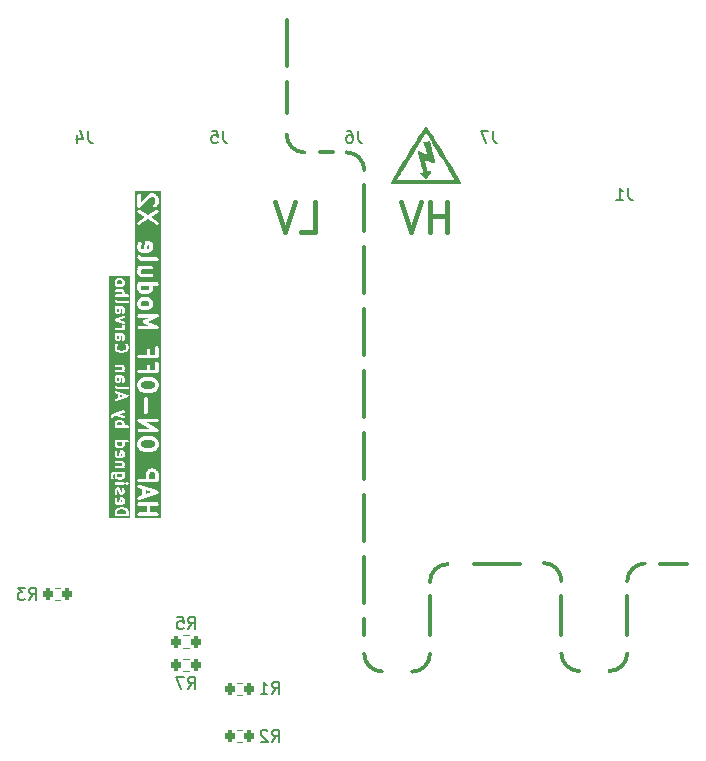
<source format=gbo>
G04 #@! TF.GenerationSoftware,KiCad,Pcbnew,7.0.8*
G04 #@! TF.CreationDate,2024-05-10T00:54:24-03:00*
G04 #@! TF.ProjectId,on_off_module_x2,6f6e5f6f-6666-45f6-9d6f-64756c655f78,1.0*
G04 #@! TF.SameCoordinates,Original*
G04 #@! TF.FileFunction,Legend,Bot*
G04 #@! TF.FilePolarity,Positive*
%FSLAX46Y46*%
G04 Gerber Fmt 4.6, Leading zero omitted, Abs format (unit mm)*
G04 Created by KiCad (PCBNEW 7.0.8) date 2024-05-10 00:54:24*
%MOMM*%
%LPD*%
G01*
G04 APERTURE LIST*
G04 Aperture macros list*
%AMRoundRect*
0 Rectangle with rounded corners*
0 $1 Rounding radius*
0 $2 $3 $4 $5 $6 $7 $8 $9 X,Y pos of 4 corners*
0 Add a 4 corners polygon primitive as box body*
4,1,4,$2,$3,$4,$5,$6,$7,$8,$9,$2,$3,0*
0 Add four circle primitives for the rounded corners*
1,1,$1+$1,$2,$3*
1,1,$1+$1,$4,$5*
1,1,$1+$1,$6,$7*
1,1,$1+$1,$8,$9*
0 Add four rect primitives between the rounded corners*
20,1,$1+$1,$2,$3,$4,$5,0*
20,1,$1+$1,$4,$5,$6,$7,0*
20,1,$1+$1,$6,$7,$8,$9,0*
20,1,$1+$1,$8,$9,$2,$3,0*%
G04 Aperture macros list end*
%ADD10C,0.300000*%
%ADD11C,0.200000*%
%ADD12C,0.350000*%
%ADD13C,0.400000*%
%ADD14C,0.150000*%
%ADD15C,0.120000*%
%ADD16R,2.600000X2.600000*%
%ADD17C,2.600000*%
%ADD18C,2.500000*%
%ADD19R,1.700000X1.700000*%
%ADD20O,1.700000X1.700000*%
%ADD21C,3.000000*%
%ADD22C,2.400000*%
%ADD23C,2.300000*%
%ADD24R,2.300000X2.000000*%
%ADD25C,1.500000*%
%ADD26R,1.500000X1.500000*%
%ADD27RoundRect,0.200000X-0.200000X-0.275000X0.200000X-0.275000X0.200000X0.275000X-0.200000X0.275000X0*%
%ADD28RoundRect,0.200000X0.200000X0.275000X-0.200000X0.275000X-0.200000X-0.275000X0.200000X-0.275000X0*%
G04 APERTURE END LIST*
D10*
G36*
X134408528Y-99562909D02*
G01*
X133961442Y-99711938D01*
X133961442Y-99413879D01*
X134408528Y-99562909D01*
G37*
G36*
X134651158Y-97900472D02*
G01*
X134688163Y-97937477D01*
X134732871Y-98026891D01*
X134732871Y-98412910D01*
X134247157Y-98412910D01*
X134247157Y-98026890D01*
X134291862Y-97937478D01*
X134328867Y-97900473D01*
X134418281Y-97855767D01*
X134561747Y-97855767D01*
X134651158Y-97900472D01*
G37*
G36*
X134591897Y-95198354D02*
G01*
X134688164Y-95294621D01*
X134732871Y-95384034D01*
X134732871Y-95598928D01*
X134688164Y-95688342D01*
X134591897Y-95784608D01*
X134364407Y-95841481D01*
X133901335Y-95841481D01*
X133673844Y-95784608D01*
X133577578Y-95688342D01*
X133532871Y-95598928D01*
X133532871Y-95384034D01*
X133577578Y-95294620D01*
X133673844Y-95198354D01*
X133901335Y-95141481D01*
X134364406Y-95141481D01*
X134591897Y-95198354D01*
G37*
G36*
X134591897Y-90198353D02*
G01*
X134688164Y-90294620D01*
X134732871Y-90384033D01*
X134732871Y-90598927D01*
X134688164Y-90688341D01*
X134591897Y-90784607D01*
X134364407Y-90841480D01*
X133901335Y-90841480D01*
X133673844Y-90784607D01*
X133577578Y-90688341D01*
X133532871Y-90598927D01*
X133532871Y-90384033D01*
X133577578Y-90294619D01*
X133673844Y-90198353D01*
X133901335Y-90141480D01*
X134364406Y-90141480D01*
X134591897Y-90198353D01*
G37*
G36*
X134151160Y-83400473D02*
G01*
X134188164Y-83437477D01*
X134232871Y-83526890D01*
X134232871Y-83670355D01*
X134188163Y-83759769D01*
X134151158Y-83796774D01*
X134061747Y-83841480D01*
X133703995Y-83841480D01*
X133614582Y-83796774D01*
X133577578Y-83759770D01*
X133532871Y-83670355D01*
X133532871Y-83526890D01*
X133577578Y-83437476D01*
X133614582Y-83400472D01*
X133703995Y-83355766D01*
X134061747Y-83355766D01*
X134151160Y-83400473D01*
G37*
G36*
X134232871Y-82098319D02*
G01*
X134232871Y-82313212D01*
X134188163Y-82402626D01*
X134151158Y-82439631D01*
X134061747Y-82484337D01*
X133703995Y-82484337D01*
X133614582Y-82439631D01*
X133577578Y-82402627D01*
X133532871Y-82313212D01*
X133532871Y-82098319D01*
X133547005Y-82070052D01*
X134218737Y-82070052D01*
X134232871Y-82098319D01*
G37*
G36*
X134199638Y-78603283D02*
G01*
X134232871Y-78669747D01*
X134232871Y-78884641D01*
X134199638Y-78951105D01*
X134133175Y-78984337D01*
X134065841Y-78984337D01*
X134147287Y-78577107D01*
X134199638Y-78603283D01*
G37*
G36*
X135247157Y-101784339D02*
G01*
X133018585Y-101784339D01*
X133018585Y-101420053D01*
X133232871Y-101420053D01*
X133252967Y-101495053D01*
X133307871Y-101549957D01*
X133382871Y-101570053D01*
X134168585Y-101570053D01*
X134882871Y-101570053D01*
X134957871Y-101549957D01*
X135012775Y-101495053D01*
X135032871Y-101420053D01*
X135012775Y-101345053D01*
X134957871Y-101290149D01*
X134882871Y-101270053D01*
X134318585Y-101270053D01*
X134318585Y-100712910D01*
X134882871Y-100712910D01*
X134957871Y-100692814D01*
X135012775Y-100637910D01*
X135032871Y-100562910D01*
X135012775Y-100487910D01*
X134957871Y-100433006D01*
X134882871Y-100412910D01*
X133382871Y-100412910D01*
X133307871Y-100433006D01*
X133252967Y-100487910D01*
X133232871Y-100562910D01*
X133252967Y-100637910D01*
X133307871Y-100692814D01*
X133382871Y-100712910D01*
X134018585Y-100712910D01*
X134018585Y-101270053D01*
X133382871Y-101270053D01*
X133307871Y-101290149D01*
X133252967Y-101345053D01*
X133232871Y-101420053D01*
X133018585Y-101420053D01*
X133018585Y-100032837D01*
X133235916Y-100032837D01*
X133240569Y-100110343D01*
X133283350Y-100175139D01*
X133352799Y-100209864D01*
X133430305Y-100205211D01*
X134930305Y-99705211D01*
X134955441Y-99688614D01*
X134982392Y-99675140D01*
X134987446Y-99667484D01*
X134995102Y-99662430D01*
X135008575Y-99635483D01*
X135025174Y-99610343D01*
X135025723Y-99601185D01*
X135029826Y-99592981D01*
X135028021Y-99562909D01*
X135029826Y-99532837D01*
X135025723Y-99524632D01*
X135025174Y-99515475D01*
X135008575Y-99490334D01*
X134995102Y-99463388D01*
X134987446Y-99458333D01*
X134982392Y-99450678D01*
X134955441Y-99437203D01*
X134930305Y-99420607D01*
X133430305Y-98920607D01*
X133352799Y-98915954D01*
X133283350Y-98950679D01*
X133240569Y-99015475D01*
X133235916Y-99092981D01*
X133270641Y-99162430D01*
X133335437Y-99205211D01*
X133661442Y-99313879D01*
X133661442Y-99811938D01*
X133335437Y-99920607D01*
X133270641Y-99963388D01*
X133235916Y-100032837D01*
X133018585Y-100032837D01*
X133018585Y-98562910D01*
X133232871Y-98562910D01*
X133252967Y-98637910D01*
X133307871Y-98692814D01*
X133382871Y-98712910D01*
X134097157Y-98712910D01*
X134882871Y-98712910D01*
X134957871Y-98692814D01*
X135012775Y-98637910D01*
X135032871Y-98562910D01*
X135032871Y-97991481D01*
X135023948Y-97958180D01*
X135017035Y-97924398D01*
X134945606Y-97781542D01*
X134929583Y-97763473D01*
X134917509Y-97742559D01*
X134846081Y-97671130D01*
X134825165Y-97659054D01*
X134807096Y-97643031D01*
X134664239Y-97571603D01*
X134630460Y-97564690D01*
X134597157Y-97555767D01*
X134382871Y-97555767D01*
X134349565Y-97564691D01*
X134315790Y-97571603D01*
X134172932Y-97643031D01*
X134154862Y-97659054D01*
X134133948Y-97671129D01*
X134062519Y-97742558D01*
X134050444Y-97763472D01*
X134034421Y-97781542D01*
X133962993Y-97924399D01*
X133956080Y-97958177D01*
X133947157Y-97991481D01*
X133947157Y-98412910D01*
X133382871Y-98412910D01*
X133307871Y-98433006D01*
X133252967Y-98487910D01*
X133232871Y-98562910D01*
X133018585Y-98562910D01*
X133018585Y-95634338D01*
X133232871Y-95634338D01*
X133241794Y-95667639D01*
X133248707Y-95701420D01*
X133320136Y-95844278D01*
X133336159Y-95862347D01*
X133348234Y-95883262D01*
X133491091Y-96026119D01*
X133492219Y-96026770D01*
X133492890Y-96027888D01*
X133525750Y-96046129D01*
X133558334Y-96064942D01*
X133559639Y-96064942D01*
X133560777Y-96065574D01*
X133846491Y-96137002D01*
X133864993Y-96136690D01*
X133882871Y-96141481D01*
X134382871Y-96141481D01*
X134400748Y-96136690D01*
X134419251Y-96137002D01*
X134704965Y-96065574D01*
X134706103Y-96064942D01*
X134707408Y-96064942D01*
X134739991Y-96046129D01*
X134772852Y-96027888D01*
X134773522Y-96026770D01*
X134774651Y-96026119D01*
X134917508Y-95883262D01*
X134929582Y-95862347D01*
X134945606Y-95844278D01*
X135017035Y-95701420D01*
X135023947Y-95667639D01*
X135032871Y-95634338D01*
X135032871Y-95348624D01*
X135023948Y-95315323D01*
X135017035Y-95281541D01*
X134945606Y-95138685D01*
X134929583Y-95120616D01*
X134917508Y-95099701D01*
X134774651Y-94956844D01*
X134773522Y-94956192D01*
X134772852Y-94955075D01*
X134739991Y-94936833D01*
X134707408Y-94918021D01*
X134706103Y-94918021D01*
X134704965Y-94917389D01*
X134419252Y-94845960D01*
X134400747Y-94846271D01*
X134382871Y-94841481D01*
X133882871Y-94841481D01*
X133864994Y-94846271D01*
X133846490Y-94845960D01*
X133560776Y-94917389D01*
X133559638Y-94918021D01*
X133558334Y-94918021D01*
X133525762Y-94936826D01*
X133492890Y-94955075D01*
X133492219Y-94956192D01*
X133491091Y-94956844D01*
X133348234Y-95099701D01*
X133336158Y-95120616D01*
X133320136Y-95138685D01*
X133248707Y-95281542D01*
X133241794Y-95315322D01*
X133232871Y-95348624D01*
X133232871Y-95634338D01*
X133018585Y-95634338D01*
X133018585Y-94348624D01*
X133232871Y-94348624D01*
X133252967Y-94423624D01*
X133307871Y-94478528D01*
X133382871Y-94498624D01*
X134882871Y-94498624D01*
X134883203Y-94498534D01*
X134883539Y-94498623D01*
X134920770Y-94488468D01*
X134957871Y-94478528D01*
X134958114Y-94478284D01*
X134958449Y-94478193D01*
X134985610Y-94450788D01*
X135012775Y-94423624D01*
X135012864Y-94423290D01*
X135013108Y-94423045D01*
X135022930Y-94385723D01*
X135032871Y-94348624D01*
X135032781Y-94348291D01*
X135032870Y-94347956D01*
X135022715Y-94310724D01*
X135012775Y-94273624D01*
X135012531Y-94273380D01*
X135012440Y-94273046D01*
X134985091Y-94245940D01*
X134957871Y-94218720D01*
X134957536Y-94218630D01*
X134957292Y-94218388D01*
X133947705Y-93641481D01*
X134882871Y-93641481D01*
X134957871Y-93621385D01*
X135012775Y-93566481D01*
X135032871Y-93491481D01*
X135012775Y-93416481D01*
X134957871Y-93361577D01*
X134882871Y-93341481D01*
X133382871Y-93341481D01*
X133382538Y-93341570D01*
X133382203Y-93341482D01*
X133344971Y-93351636D01*
X133307871Y-93361577D01*
X133307627Y-93361820D01*
X133307293Y-93361912D01*
X133280187Y-93389260D01*
X133252967Y-93416481D01*
X133252877Y-93416815D01*
X133252635Y-93417060D01*
X133242840Y-93454275D01*
X133232871Y-93491481D01*
X133232960Y-93491813D01*
X133232872Y-93492149D01*
X133243026Y-93529380D01*
X133252967Y-93566481D01*
X133253210Y-93566724D01*
X133253302Y-93567059D01*
X133280650Y-93594164D01*
X133307871Y-93621385D01*
X133308205Y-93621474D01*
X133308450Y-93621717D01*
X134318036Y-94198624D01*
X133382871Y-94198624D01*
X133307871Y-94218720D01*
X133252967Y-94273624D01*
X133232871Y-94348624D01*
X133018585Y-94348624D01*
X133018585Y-92777195D01*
X133804300Y-92777195D01*
X133824396Y-92852195D01*
X133879300Y-92907099D01*
X133954300Y-92927195D01*
X134029300Y-92907099D01*
X134084204Y-92852195D01*
X134104300Y-92777195D01*
X134104300Y-91634338D01*
X134084204Y-91559338D01*
X134029300Y-91504434D01*
X133954300Y-91484338D01*
X133879300Y-91504434D01*
X133824396Y-91559338D01*
X133804300Y-91634338D01*
X133804300Y-92777195D01*
X133018585Y-92777195D01*
X133018585Y-90634337D01*
X133232871Y-90634337D01*
X133241794Y-90667638D01*
X133248707Y-90701419D01*
X133320136Y-90844277D01*
X133336159Y-90862346D01*
X133348234Y-90883261D01*
X133491091Y-91026118D01*
X133492219Y-91026769D01*
X133492890Y-91027887D01*
X133525750Y-91046128D01*
X133558334Y-91064941D01*
X133559639Y-91064941D01*
X133560777Y-91065573D01*
X133846491Y-91137001D01*
X133864993Y-91136689D01*
X133882871Y-91141480D01*
X134382871Y-91141480D01*
X134400748Y-91136689D01*
X134419251Y-91137001D01*
X134704965Y-91065573D01*
X134706103Y-91064941D01*
X134707408Y-91064941D01*
X134739991Y-91046128D01*
X134772852Y-91027887D01*
X134773522Y-91026769D01*
X134774651Y-91026118D01*
X134917508Y-90883261D01*
X134929582Y-90862346D01*
X134945606Y-90844277D01*
X135017035Y-90701419D01*
X135023947Y-90667638D01*
X135032871Y-90634337D01*
X135032871Y-90348623D01*
X135023948Y-90315322D01*
X135017035Y-90281540D01*
X134945606Y-90138684D01*
X134929583Y-90120615D01*
X134917508Y-90099700D01*
X134774651Y-89956843D01*
X134773522Y-89956191D01*
X134772852Y-89955074D01*
X134739991Y-89936832D01*
X134707408Y-89918020D01*
X134706103Y-89918020D01*
X134704965Y-89917388D01*
X134419252Y-89845959D01*
X134400747Y-89846270D01*
X134382871Y-89841480D01*
X133882871Y-89841480D01*
X133864994Y-89846270D01*
X133846490Y-89845959D01*
X133560776Y-89917388D01*
X133559638Y-89918020D01*
X133558334Y-89918020D01*
X133525762Y-89936825D01*
X133492890Y-89955074D01*
X133492219Y-89956191D01*
X133491091Y-89956843D01*
X133348234Y-90099700D01*
X133336158Y-90120615D01*
X133320136Y-90138684D01*
X133248707Y-90281541D01*
X133241794Y-90315321D01*
X133232871Y-90348623D01*
X133232871Y-90634337D01*
X133018585Y-90634337D01*
X133018585Y-89348623D01*
X133232871Y-89348623D01*
X133252967Y-89423623D01*
X133307871Y-89478527D01*
X133382871Y-89498623D01*
X134168585Y-89498623D01*
X134882871Y-89498623D01*
X134957871Y-89478527D01*
X135012775Y-89423623D01*
X135032871Y-89348623D01*
X135032871Y-88634337D01*
X135012775Y-88559337D01*
X134957871Y-88504433D01*
X134882871Y-88484337D01*
X134807871Y-88504433D01*
X134752967Y-88559337D01*
X134732871Y-88634337D01*
X134732871Y-89198623D01*
X134318585Y-89198623D01*
X134318585Y-88848623D01*
X134298489Y-88773623D01*
X134243585Y-88718719D01*
X134168585Y-88698623D01*
X134093585Y-88718719D01*
X134038681Y-88773623D01*
X134018585Y-88848623D01*
X134018585Y-89198623D01*
X133382871Y-89198623D01*
X133307871Y-89218719D01*
X133252967Y-89273623D01*
X133232871Y-89348623D01*
X133018585Y-89348623D01*
X133018585Y-88062909D01*
X133232871Y-88062909D01*
X133252967Y-88137909D01*
X133307871Y-88192813D01*
X133382871Y-88212909D01*
X134168585Y-88212909D01*
X134882871Y-88212909D01*
X134957871Y-88192813D01*
X135012775Y-88137909D01*
X135032871Y-88062909D01*
X135032871Y-87348623D01*
X135012775Y-87273623D01*
X134957871Y-87218719D01*
X134882871Y-87198623D01*
X134807871Y-87218719D01*
X134752967Y-87273623D01*
X134732871Y-87348623D01*
X134732871Y-87912909D01*
X134318585Y-87912909D01*
X134318585Y-87562909D01*
X134298489Y-87487909D01*
X134243585Y-87433005D01*
X134168585Y-87412909D01*
X134093585Y-87433005D01*
X134038681Y-87487909D01*
X134018585Y-87562909D01*
X134018585Y-87912909D01*
X133382871Y-87912909D01*
X133307871Y-87933005D01*
X133252967Y-87987909D01*
X133232871Y-88062909D01*
X133018585Y-88062909D01*
X133018585Y-85634338D01*
X133232871Y-85634338D01*
X133252967Y-85709338D01*
X133307871Y-85764242D01*
X133382871Y-85784338D01*
X134882871Y-85784338D01*
X134889323Y-85782609D01*
X134895901Y-85783771D01*
X134926461Y-85772658D01*
X134957871Y-85764242D01*
X134962594Y-85759518D01*
X134968872Y-85757236D01*
X134989783Y-85732329D01*
X135012775Y-85709338D01*
X135014503Y-85702887D01*
X135018799Y-85697771D01*
X135024456Y-85665740D01*
X135032871Y-85634338D01*
X135031142Y-85627888D01*
X135032305Y-85621309D01*
X135021189Y-85590741D01*
X135012775Y-85559338D01*
X135008052Y-85554615D01*
X135005770Y-85548338D01*
X134980865Y-85527428D01*
X134957871Y-85504434D01*
X134951418Y-85502705D01*
X134946304Y-85498411D01*
X134166147Y-85134338D01*
X134946304Y-84770265D01*
X134951418Y-84765970D01*
X134957871Y-84764242D01*
X134980865Y-84741247D01*
X135005770Y-84720338D01*
X135008052Y-84714060D01*
X135012775Y-84709338D01*
X135021189Y-84677934D01*
X135032305Y-84647367D01*
X135031142Y-84640787D01*
X135032871Y-84634338D01*
X135024456Y-84602935D01*
X135018799Y-84570905D01*
X135014503Y-84565788D01*
X135012775Y-84559338D01*
X134989783Y-84536346D01*
X134968872Y-84511440D01*
X134962594Y-84509157D01*
X134957871Y-84504434D01*
X134926461Y-84496017D01*
X134895901Y-84484905D01*
X134889323Y-84486066D01*
X134882871Y-84484338D01*
X133382871Y-84484338D01*
X133307871Y-84504434D01*
X133252967Y-84559338D01*
X133232871Y-84634338D01*
X133252967Y-84709338D01*
X133307871Y-84764242D01*
X133382871Y-84784338D01*
X134206737Y-84784338D01*
X133748009Y-84998411D01*
X133737876Y-85006918D01*
X133725442Y-85011440D01*
X133708601Y-85031497D01*
X133688544Y-85048338D01*
X133684022Y-85060772D01*
X133675515Y-85070905D01*
X133670959Y-85096695D01*
X133662009Y-85121309D01*
X133664310Y-85134338D01*
X133662009Y-85147367D01*
X133670959Y-85171980D01*
X133675515Y-85197771D01*
X133684022Y-85207903D01*
X133688544Y-85220338D01*
X133708601Y-85237178D01*
X133725442Y-85257236D01*
X133737876Y-85261757D01*
X133748009Y-85270265D01*
X134206737Y-85484338D01*
X133382871Y-85484338D01*
X133307871Y-85504434D01*
X133252967Y-85559338D01*
X133232871Y-85634338D01*
X133018585Y-85634338D01*
X133018585Y-83705766D01*
X133232871Y-83705766D01*
X133241794Y-83739067D01*
X133248707Y-83772848D01*
X133320136Y-83915705D01*
X133336158Y-83933773D01*
X133348233Y-83954688D01*
X133419661Y-84026117D01*
X133440576Y-84038192D01*
X133458646Y-84054216D01*
X133601504Y-84125644D01*
X133635279Y-84132555D01*
X133668585Y-84141480D01*
X134097157Y-84141480D01*
X134130460Y-84132556D01*
X134164239Y-84125644D01*
X134307096Y-84054216D01*
X134325165Y-84038192D01*
X134346081Y-84026117D01*
X134417509Y-83954688D01*
X134429583Y-83933773D01*
X134445606Y-83915705D01*
X134517035Y-83772849D01*
X134523948Y-83739066D01*
X134532871Y-83705766D01*
X134532871Y-83491480D01*
X134523948Y-83458179D01*
X134517035Y-83424397D01*
X134445606Y-83281541D01*
X134429583Y-83263472D01*
X134417508Y-83242557D01*
X134346080Y-83171129D01*
X134325164Y-83159053D01*
X134307096Y-83143031D01*
X134164239Y-83071602D01*
X134130458Y-83064689D01*
X134097157Y-83055766D01*
X133668585Y-83055766D01*
X133635284Y-83064688D01*
X133601502Y-83071602D01*
X133458646Y-83143031D01*
X133440577Y-83159053D01*
X133419662Y-83171129D01*
X133348234Y-83242557D01*
X133336158Y-83263472D01*
X133320136Y-83281541D01*
X133248707Y-83424398D01*
X133241794Y-83458178D01*
X133232871Y-83491480D01*
X133232871Y-83705766D01*
X133018585Y-83705766D01*
X133018585Y-82348623D01*
X133232871Y-82348623D01*
X133241794Y-82381924D01*
X133248707Y-82415705D01*
X133320136Y-82558562D01*
X133336158Y-82576630D01*
X133348233Y-82597545D01*
X133419661Y-82668974D01*
X133440576Y-82681049D01*
X133458646Y-82697073D01*
X133601504Y-82768501D01*
X133635279Y-82775412D01*
X133668585Y-82784337D01*
X134097157Y-82784337D01*
X134130460Y-82775413D01*
X134164239Y-82768501D01*
X134307096Y-82697073D01*
X134325165Y-82681049D01*
X134346081Y-82668974D01*
X134417509Y-82597545D01*
X134429583Y-82576630D01*
X134445606Y-82558562D01*
X134517035Y-82415706D01*
X134523948Y-82381923D01*
X134532871Y-82348623D01*
X134532871Y-82070052D01*
X134882871Y-82070052D01*
X134957871Y-82049956D01*
X135012775Y-81995052D01*
X135032871Y-81920052D01*
X135012775Y-81845052D01*
X134957871Y-81790148D01*
X134882871Y-81770052D01*
X133382871Y-81770052D01*
X133307871Y-81790148D01*
X133252967Y-81845052D01*
X133232871Y-81920052D01*
X133251615Y-81990009D01*
X133248707Y-81995827D01*
X133241794Y-82029607D01*
X133232871Y-82062909D01*
X133232871Y-82348623D01*
X133018585Y-82348623D01*
X133018585Y-80991480D01*
X133232871Y-80991480D01*
X133241794Y-81024781D01*
X133248707Y-81058562D01*
X133320136Y-81201419D01*
X133326222Y-81208282D01*
X133329123Y-81216985D01*
X133351663Y-81236973D01*
X133371652Y-81259514D01*
X133380354Y-81262414D01*
X133387218Y-81268501D01*
X133530074Y-81339930D01*
X133563856Y-81346843D01*
X133597157Y-81355766D01*
X134382871Y-81355766D01*
X134457871Y-81335670D01*
X134512775Y-81280766D01*
X134532871Y-81205766D01*
X134512775Y-81130766D01*
X134457871Y-81075862D01*
X134382871Y-81055766D01*
X133632567Y-81055766D01*
X133566103Y-81022534D01*
X133532871Y-80956069D01*
X133532871Y-80812604D01*
X133577578Y-80723190D01*
X133587860Y-80712909D01*
X134382871Y-80712909D01*
X134457871Y-80692813D01*
X134512775Y-80637909D01*
X134532871Y-80562909D01*
X134512775Y-80487909D01*
X134457871Y-80433005D01*
X134382871Y-80412909D01*
X133382871Y-80412909D01*
X133307871Y-80433005D01*
X133252967Y-80487909D01*
X133232871Y-80562909D01*
X133252967Y-80637909D01*
X133274194Y-80659136D01*
X133248707Y-80710112D01*
X133241794Y-80743892D01*
X133232871Y-80777194D01*
X133232871Y-80991480D01*
X133018585Y-80991480D01*
X133018585Y-79625350D01*
X133233140Y-79625350D01*
X133248707Y-79701419D01*
X133320136Y-79844276D01*
X133326222Y-79851139D01*
X133329123Y-79859842D01*
X133351663Y-79879830D01*
X133371652Y-79902371D01*
X133380354Y-79905271D01*
X133387218Y-79911358D01*
X133530074Y-79982787D01*
X133563856Y-79989700D01*
X133597157Y-79998623D01*
X134882871Y-79998623D01*
X134957871Y-79978527D01*
X135012775Y-79923623D01*
X135032871Y-79848623D01*
X135012775Y-79773623D01*
X134957871Y-79718719D01*
X134882871Y-79698623D01*
X133632567Y-79698623D01*
X133566103Y-79665391D01*
X133517035Y-79567255D01*
X133465519Y-79509160D01*
X133391858Y-79484606D01*
X133315789Y-79500173D01*
X133257694Y-79551689D01*
X133233140Y-79625350D01*
X133018585Y-79625350D01*
X133018585Y-78920052D01*
X133232871Y-78920052D01*
X133241794Y-78953353D01*
X133248707Y-78987134D01*
X133320136Y-79129991D01*
X133326221Y-79136853D01*
X133329123Y-79145558D01*
X133351666Y-79165548D01*
X133371652Y-79188086D01*
X133380354Y-79190986D01*
X133387218Y-79197073D01*
X133530076Y-79268501D01*
X133563851Y-79275412D01*
X133597157Y-79284337D01*
X134168585Y-79284337D01*
X134201888Y-79275413D01*
X134235667Y-79268501D01*
X134378524Y-79197073D01*
X134385387Y-79190986D01*
X134394090Y-79188086D01*
X134414075Y-79165548D01*
X134436619Y-79145558D01*
X134439520Y-79136853D01*
X134445606Y-79129991D01*
X134517035Y-78987135D01*
X134523948Y-78953352D01*
X134532871Y-78920052D01*
X134532871Y-78634337D01*
X134523948Y-78601036D01*
X134517035Y-78567254D01*
X134445606Y-78424398D01*
X134439520Y-78417535D01*
X134436619Y-78408831D01*
X134414075Y-78388840D01*
X134394090Y-78366303D01*
X134385387Y-78363402D01*
X134378524Y-78357316D01*
X134235667Y-78285888D01*
X134201888Y-78278975D01*
X134168585Y-78270052D01*
X134025728Y-78270052D01*
X134002085Y-78276386D01*
X133977661Y-78277962D01*
X133965197Y-78286270D01*
X133950728Y-78290148D01*
X133933421Y-78307454D01*
X133913055Y-78321032D01*
X133906415Y-78334460D01*
X133895824Y-78345052D01*
X133889489Y-78368693D01*
X133878641Y-78390634D01*
X133759901Y-78984337D01*
X133632567Y-78984337D01*
X133566103Y-78951105D01*
X133532871Y-78884641D01*
X133532871Y-78669747D01*
X133588464Y-78558563D01*
X133604031Y-78482493D01*
X133579477Y-78408832D01*
X133521382Y-78357316D01*
X133445313Y-78341749D01*
X133371652Y-78366303D01*
X133320136Y-78424398D01*
X133248707Y-78567255D01*
X133241794Y-78601035D01*
X133232871Y-78634337D01*
X133232871Y-78920052D01*
X133018585Y-78920052D01*
X133018585Y-76786849D01*
X133233182Y-76786849D01*
X133258063Y-76860400D01*
X133316387Y-76911657D01*
X133392525Y-76926884D01*
X133466076Y-76902003D01*
X134132870Y-76457472D01*
X134799666Y-76902003D01*
X134873217Y-76926884D01*
X134949355Y-76911657D01*
X135007679Y-76860400D01*
X135032560Y-76786849D01*
X135017333Y-76710711D01*
X134966076Y-76652388D01*
X134403287Y-76277195D01*
X134966076Y-75902002D01*
X135017333Y-75843679D01*
X135032560Y-75767541D01*
X135007679Y-75693990D01*
X134949355Y-75642733D01*
X134873217Y-75627506D01*
X134799666Y-75652387D01*
X134132870Y-76096917D01*
X133466076Y-75652387D01*
X133392525Y-75627506D01*
X133316387Y-75642733D01*
X133258063Y-75693990D01*
X133233182Y-75767541D01*
X133248409Y-75843679D01*
X133299666Y-75902003D01*
X133862454Y-76277195D01*
X133299666Y-76652387D01*
X133248409Y-76710711D01*
X133233182Y-76786849D01*
X133018585Y-76786849D01*
X133018585Y-75348624D01*
X133232871Y-75348624D01*
X133237982Y-75367698D01*
X133237982Y-75387447D01*
X133247855Y-75404549D01*
X133252967Y-75423624D01*
X133266931Y-75437588D01*
X133276805Y-75454690D01*
X133293906Y-75464563D01*
X133307871Y-75478528D01*
X133326945Y-75483639D01*
X133344048Y-75493513D01*
X133363796Y-75493513D01*
X133382871Y-75498624D01*
X133401946Y-75493513D01*
X133421694Y-75493513D01*
X133438796Y-75483639D01*
X133457871Y-75478528D01*
X133471835Y-75464563D01*
X133488937Y-75454690D01*
X134321041Y-74622585D01*
X134478643Y-74570052D01*
X134561747Y-74570052D01*
X134651160Y-74614759D01*
X134688163Y-74651763D01*
X134732871Y-74741177D01*
X134732871Y-75027499D01*
X134688164Y-75116912D01*
X134633948Y-75171129D01*
X134595125Y-75238372D01*
X134595125Y-75316018D01*
X134633948Y-75383261D01*
X134701191Y-75422084D01*
X134778837Y-75422084D01*
X134846080Y-75383261D01*
X134917508Y-75311833D01*
X134929583Y-75290917D01*
X134945606Y-75272849D01*
X135017035Y-75129993D01*
X135023948Y-75096210D01*
X135032871Y-75062910D01*
X135032871Y-74705767D01*
X135023948Y-74672466D01*
X135017035Y-74638684D01*
X134945606Y-74495828D01*
X134929583Y-74477759D01*
X134917509Y-74456845D01*
X134846081Y-74385416D01*
X134825164Y-74373339D01*
X134807096Y-74357317D01*
X134664239Y-74285888D01*
X134630458Y-74278975D01*
X134597157Y-74270052D01*
X134454300Y-74270052D01*
X134430971Y-74276302D01*
X134406865Y-74277750D01*
X134192580Y-74349179D01*
X134163807Y-74368175D01*
X134133948Y-74385415D01*
X133532871Y-74986492D01*
X133532871Y-74420052D01*
X133512775Y-74345052D01*
X133457871Y-74290148D01*
X133382871Y-74270052D01*
X133307871Y-74290148D01*
X133252967Y-74345052D01*
X133232871Y-74420052D01*
X133232871Y-75348624D01*
X133018585Y-75348624D01*
X133018585Y-74055766D01*
X135247157Y-74055766D01*
X135247157Y-101784339D01*
G37*
D11*
G36*
X132126980Y-101064351D02*
G01*
X132197886Y-101099804D01*
X132264958Y-101166876D01*
X132299980Y-101271940D01*
X132299980Y-101393809D01*
X131499980Y-101393809D01*
X131499980Y-101271941D01*
X131535002Y-101166876D01*
X131602075Y-101099804D01*
X131672980Y-101064351D01*
X131840861Y-101022381D01*
X131959099Y-101022381D01*
X132126980Y-101064351D01*
G37*
G36*
X131944492Y-100187393D02*
G01*
X131966647Y-100231702D01*
X131966647Y-100374964D01*
X131944492Y-100419272D01*
X131900183Y-100441428D01*
X131855294Y-100441428D01*
X131909591Y-100169942D01*
X131944492Y-100187393D01*
G37*
G36*
X131966647Y-98041226D02*
G01*
X131966647Y-98184488D01*
X131936842Y-98244097D01*
X131912173Y-98268765D01*
X131852564Y-98298571D01*
X131614064Y-98298571D01*
X131554454Y-98268766D01*
X131529783Y-98244095D01*
X131499980Y-98184488D01*
X131499980Y-98041225D01*
X131509402Y-98022381D01*
X131957224Y-98022381D01*
X131966647Y-98041226D01*
G37*
G36*
X131944492Y-96235012D02*
G01*
X131966647Y-96279321D01*
X131966647Y-96422583D01*
X131944492Y-96466891D01*
X131900183Y-96489047D01*
X131855294Y-96489047D01*
X131909591Y-96217561D01*
X131944492Y-96235012D01*
G37*
G36*
X131966647Y-95374559D02*
G01*
X131966647Y-95517821D01*
X131936842Y-95577430D01*
X131912173Y-95602098D01*
X131852564Y-95631904D01*
X131614064Y-95631904D01*
X131554454Y-95602099D01*
X131529783Y-95577428D01*
X131499980Y-95517821D01*
X131499980Y-95374558D01*
X131509402Y-95355714D01*
X131957224Y-95355714D01*
X131966647Y-95374559D01*
G37*
G36*
X131912173Y-93671233D02*
G01*
X131936842Y-93695901D01*
X131966647Y-93755511D01*
X131966647Y-93898773D01*
X131957225Y-93917618D01*
X131509402Y-93917618D01*
X131499980Y-93898773D01*
X131499980Y-93755510D01*
X131529783Y-93695903D01*
X131554454Y-93671232D01*
X131614064Y-93641428D01*
X131852564Y-93641428D01*
X131912173Y-93671233D01*
G37*
G36*
X132083752Y-91398570D02*
G01*
X131785695Y-91497922D01*
X131785695Y-91299217D01*
X132083752Y-91398570D01*
G37*
G36*
X131680933Y-90089248D02*
G01*
X131658778Y-90133556D01*
X131614469Y-90155712D01*
X131566445Y-90155712D01*
X131522134Y-90133556D01*
X131499980Y-90089248D01*
X131499980Y-89898366D01*
X131509402Y-89879522D01*
X131680933Y-89879522D01*
X131680933Y-90089248D01*
G37*
G36*
X131680933Y-86517819D02*
G01*
X131658778Y-86562127D01*
X131614469Y-86584283D01*
X131566445Y-86584283D01*
X131522134Y-86562127D01*
X131499980Y-86517819D01*
X131499980Y-86326937D01*
X131509402Y-86308093D01*
X131680933Y-86308093D01*
X131680933Y-86517819D01*
G37*
G36*
X131680933Y-84232104D02*
G01*
X131658778Y-84276412D01*
X131614469Y-84298568D01*
X131566445Y-84298568D01*
X131522134Y-84276412D01*
X131499980Y-84232104D01*
X131499980Y-84041222D01*
X131509402Y-84022378D01*
X131680933Y-84022378D01*
X131680933Y-84232104D01*
G37*
G36*
X131912173Y-81671230D02*
G01*
X131936842Y-81695898D01*
X131966647Y-81755508D01*
X131966647Y-81851151D01*
X131936842Y-81910760D01*
X131912173Y-81935428D01*
X131852564Y-81965234D01*
X131614064Y-81965234D01*
X131554454Y-81935429D01*
X131529783Y-81910758D01*
X131499980Y-81851151D01*
X131499980Y-81755507D01*
X131529783Y-81695900D01*
X131554454Y-81671229D01*
X131614064Y-81641425D01*
X131852564Y-81641425D01*
X131912173Y-81671230D01*
G37*
G36*
X132642837Y-101736666D02*
G01*
X130823790Y-101736666D01*
X130823790Y-101493809D01*
X131299980Y-101493809D01*
X131304874Y-101508871D01*
X131304874Y-101524711D01*
X131314183Y-101537524D01*
X131319078Y-101552588D01*
X131331891Y-101561897D01*
X131341201Y-101574711D01*
X131356264Y-101579605D01*
X131369078Y-101588915D01*
X131384917Y-101588915D01*
X131399980Y-101593809D01*
X132399980Y-101593809D01*
X132415043Y-101588915D01*
X132430882Y-101588915D01*
X132443695Y-101579605D01*
X132458759Y-101574711D01*
X132468068Y-101561897D01*
X132480882Y-101552588D01*
X132485776Y-101537524D01*
X132495086Y-101524711D01*
X132495086Y-101508871D01*
X132499980Y-101493809D01*
X132499980Y-101255714D01*
X132494971Y-101240298D01*
X132494848Y-101224091D01*
X132447229Y-101081234D01*
X132433538Y-101062687D01*
X132423072Y-101042146D01*
X132327834Y-100946908D01*
X132313391Y-100939549D01*
X132301844Y-100928176D01*
X132206606Y-100880557D01*
X132195584Y-100878896D01*
X132186138Y-100872986D01*
X131995663Y-100825367D01*
X131983246Y-100826227D01*
X131971409Y-100822381D01*
X131828552Y-100822381D01*
X131816714Y-100826227D01*
X131804298Y-100825367D01*
X131613822Y-100872986D01*
X131604375Y-100878896D01*
X131593354Y-100880557D01*
X131498117Y-100928176D01*
X131486569Y-100939549D01*
X131472127Y-100946908D01*
X131376889Y-101042146D01*
X131366423Y-101062686D01*
X131352732Y-101081233D01*
X131305112Y-101224091D01*
X131304988Y-101240298D01*
X131299980Y-101255714D01*
X131299980Y-101493809D01*
X130823790Y-101493809D01*
X130823790Y-100398571D01*
X131299980Y-100398571D01*
X131307104Y-100420497D01*
X131310538Y-100443293D01*
X131358158Y-100538531D01*
X131358715Y-100539096D01*
X131358846Y-100539883D01*
X131380348Y-100561061D01*
X131401527Y-100582564D01*
X131402313Y-100582694D01*
X131402879Y-100583252D01*
X131498116Y-100630871D01*
X131520914Y-100634304D01*
X131542838Y-100641428D01*
X131923790Y-100641428D01*
X131945713Y-100634304D01*
X131968511Y-100630871D01*
X132063749Y-100583252D01*
X132064315Y-100582693D01*
X132065102Y-100582563D01*
X132086279Y-100561060D01*
X132107782Y-100539883D01*
X132107912Y-100539096D01*
X132108471Y-100538530D01*
X132156090Y-100443293D01*
X132159523Y-100420494D01*
X132166647Y-100398571D01*
X132166647Y-100208095D01*
X132159523Y-100186171D01*
X132156090Y-100163373D01*
X132108471Y-100068136D01*
X132107912Y-100067569D01*
X132107782Y-100066783D01*
X132086279Y-100045605D01*
X132065102Y-100024103D01*
X132064315Y-100023972D01*
X132063749Y-100023414D01*
X131968511Y-99975795D01*
X131945713Y-99972361D01*
X131923790Y-99965238D01*
X131828552Y-99965238D01*
X131822815Y-99967101D01*
X131816902Y-99965919D01*
X131793877Y-99976504D01*
X131769773Y-99984336D01*
X131766227Y-99989215D01*
X131760748Y-99991735D01*
X131748343Y-100013830D01*
X131733446Y-100034336D01*
X131733446Y-100040368D01*
X131730494Y-100045627D01*
X131651334Y-100441428D01*
X131566445Y-100441428D01*
X131522134Y-100419272D01*
X131499980Y-100374964D01*
X131499980Y-100231701D01*
X131537042Y-100157579D01*
X131546248Y-100096465D01*
X131517773Y-100041612D01*
X131462494Y-100013972D01*
X131401527Y-100024102D01*
X131358158Y-100068135D01*
X131310538Y-100163373D01*
X131307104Y-100186168D01*
X131299980Y-100208095D01*
X131299980Y-100398571D01*
X130823790Y-100398571D01*
X130823790Y-99589047D01*
X131299980Y-99589047D01*
X131307104Y-99610973D01*
X131310538Y-99633769D01*
X131358158Y-99729007D01*
X131401527Y-99773040D01*
X131462494Y-99783170D01*
X131517773Y-99755530D01*
X131546248Y-99700677D01*
X131537042Y-99639563D01*
X131499980Y-99565440D01*
X131499980Y-99422177D01*
X131522134Y-99377869D01*
X131566445Y-99355714D01*
X131566850Y-99355714D01*
X131611159Y-99377869D01*
X131633314Y-99422178D01*
X131633314Y-99541428D01*
X131640437Y-99563351D01*
X131643871Y-99586149D01*
X131691490Y-99681387D01*
X131692048Y-99681953D01*
X131692179Y-99682740D01*
X131713681Y-99703917D01*
X131734859Y-99725420D01*
X131735645Y-99725550D01*
X131736212Y-99726109D01*
X131831449Y-99773728D01*
X131854247Y-99777161D01*
X131876171Y-99784285D01*
X131923790Y-99784285D01*
X131945713Y-99777161D01*
X131968511Y-99773728D01*
X132063749Y-99726109D01*
X132064315Y-99725550D01*
X132065102Y-99725420D01*
X132086279Y-99703917D01*
X132107782Y-99682740D01*
X132107912Y-99681953D01*
X132108471Y-99681387D01*
X132156090Y-99586150D01*
X132159523Y-99563351D01*
X132166647Y-99541428D01*
X132166647Y-99398571D01*
X132159523Y-99376647D01*
X132156090Y-99353849D01*
X132108471Y-99258612D01*
X132065102Y-99214579D01*
X132004135Y-99204448D01*
X131948856Y-99232087D01*
X131920380Y-99286940D01*
X131929585Y-99348054D01*
X131966647Y-99422178D01*
X131966647Y-99517821D01*
X131944492Y-99562129D01*
X131900183Y-99584285D01*
X131899778Y-99584285D01*
X131855469Y-99562130D01*
X131833314Y-99517820D01*
X131833314Y-99398571D01*
X131826190Y-99376647D01*
X131822757Y-99353849D01*
X131775138Y-99258612D01*
X131774579Y-99258045D01*
X131774449Y-99257259D01*
X131752946Y-99236081D01*
X131731769Y-99214579D01*
X131730982Y-99214448D01*
X131730416Y-99213890D01*
X131635178Y-99166271D01*
X131612380Y-99162837D01*
X131590457Y-99155714D01*
X131542838Y-99155714D01*
X131520914Y-99162837D01*
X131498116Y-99166271D01*
X131402879Y-99213890D01*
X131402313Y-99214447D01*
X131401527Y-99214578D01*
X131380348Y-99236080D01*
X131358846Y-99257259D01*
X131358715Y-99258045D01*
X131358158Y-99258611D01*
X131310538Y-99353849D01*
X131307104Y-99376644D01*
X131299980Y-99398571D01*
X131299980Y-99589047D01*
X130823790Y-99589047D01*
X130823790Y-98858044D01*
X131304874Y-98858044D01*
X131341201Y-98908044D01*
X131399980Y-98927142D01*
X132066647Y-98927142D01*
X132125426Y-98908044D01*
X132161753Y-98858044D01*
X132161753Y-98842785D01*
X132205973Y-98842785D01*
X132209636Y-98849974D01*
X132209636Y-98858044D01*
X132214378Y-98864571D01*
X132215641Y-98872541D01*
X132226840Y-98883740D01*
X132234031Y-98897853D01*
X132281650Y-98945471D01*
X132295761Y-98952661D01*
X132306962Y-98963862D01*
X132322605Y-98966339D01*
X132336717Y-98973530D01*
X132352360Y-98971052D01*
X132368004Y-98973530D01*
X132382116Y-98966339D01*
X132397760Y-98963862D01*
X132408959Y-98952662D01*
X132423072Y-98945472D01*
X132470690Y-98897853D01*
X132477880Y-98883741D01*
X132489081Y-98872541D01*
X132490343Y-98864572D01*
X132495086Y-98858044D01*
X132495086Y-98849974D01*
X132498749Y-98842786D01*
X132496271Y-98827142D01*
X132498749Y-98811498D01*
X132495086Y-98804309D01*
X132495086Y-98796240D01*
X132490343Y-98789711D01*
X132489081Y-98781743D01*
X132477880Y-98770542D01*
X132470690Y-98756431D01*
X132423072Y-98708812D01*
X132408959Y-98701621D01*
X132397760Y-98690422D01*
X132382116Y-98687944D01*
X132368004Y-98680754D01*
X132352360Y-98683231D01*
X132336717Y-98680754D01*
X132322605Y-98687944D01*
X132306962Y-98690422D01*
X132295761Y-98701622D01*
X132281650Y-98708813D01*
X132234031Y-98756431D01*
X132226840Y-98770543D01*
X132215641Y-98781743D01*
X132214378Y-98789712D01*
X132209636Y-98796240D01*
X132209636Y-98804309D01*
X132205973Y-98811499D01*
X132208450Y-98827142D01*
X132205973Y-98842785D01*
X132161753Y-98842785D01*
X132161753Y-98796240D01*
X132125426Y-98746240D01*
X132066647Y-98727142D01*
X131399980Y-98727142D01*
X131341201Y-98746240D01*
X131304874Y-98796240D01*
X131304874Y-98858044D01*
X130823790Y-98858044D01*
X130823790Y-98255714D01*
X130966647Y-98255714D01*
X130973770Y-98277637D01*
X130977204Y-98300435D01*
X131024823Y-98395673D01*
X131068192Y-98439706D01*
X131129159Y-98449837D01*
X131184438Y-98422197D01*
X131212914Y-98367345D01*
X131203709Y-98306230D01*
X131166647Y-98232106D01*
X131166647Y-98136464D01*
X131196452Y-98076854D01*
X131221120Y-98052185D01*
X131280730Y-98022381D01*
X131299980Y-98022381D01*
X131299980Y-98208095D01*
X131307104Y-98230021D01*
X131310538Y-98252817D01*
X131358158Y-98348055D01*
X131369530Y-98359601D01*
X131376889Y-98374044D01*
X131424508Y-98421662D01*
X131438949Y-98429020D01*
X131450498Y-98440395D01*
X131545735Y-98488014D01*
X131568533Y-98491447D01*
X131590457Y-98498571D01*
X131876171Y-98498571D01*
X131898094Y-98491447D01*
X131920892Y-98488014D01*
X132016130Y-98440395D01*
X132027677Y-98429021D01*
X132042120Y-98421663D01*
X132089738Y-98374044D01*
X132097096Y-98359602D01*
X132108471Y-98348054D01*
X132156090Y-98252817D01*
X132159523Y-98230018D01*
X132166647Y-98208095D01*
X132166647Y-98017619D01*
X132159523Y-97995695D01*
X132156090Y-97972897D01*
X132152589Y-97965895D01*
X132161753Y-97953283D01*
X132161753Y-97891479D01*
X132125426Y-97841479D01*
X132066647Y-97822381D01*
X131257123Y-97822381D01*
X131235199Y-97829504D01*
X131212401Y-97832938D01*
X131117164Y-97880557D01*
X131105615Y-97891931D01*
X131091174Y-97899290D01*
X131043555Y-97946908D01*
X131036196Y-97961350D01*
X131024823Y-97972898D01*
X130977204Y-98068136D01*
X130973770Y-98090933D01*
X130966647Y-98112857D01*
X130966647Y-98255714D01*
X130823790Y-98255714D01*
X130823790Y-97477092D01*
X131304874Y-97477092D01*
X131341201Y-97527092D01*
X131399980Y-97546190D01*
X132066647Y-97546190D01*
X132125426Y-97527092D01*
X132161753Y-97477092D01*
X132161753Y-97415288D01*
X132138485Y-97383263D01*
X132156090Y-97348055D01*
X132159523Y-97325256D01*
X132166647Y-97303333D01*
X132166647Y-97160476D01*
X132159523Y-97138552D01*
X132156090Y-97115754D01*
X132108471Y-97020517D01*
X132107912Y-97019950D01*
X132107782Y-97019164D01*
X132086279Y-96997986D01*
X132065102Y-96976484D01*
X132064315Y-96976353D01*
X132063749Y-96975795D01*
X131968511Y-96928176D01*
X131945713Y-96924742D01*
X131923790Y-96917619D01*
X131399980Y-96917619D01*
X131341201Y-96936717D01*
X131304874Y-96986717D01*
X131304874Y-97048521D01*
X131341201Y-97098521D01*
X131399980Y-97117619D01*
X131900183Y-97117619D01*
X131944492Y-97139774D01*
X131966647Y-97184083D01*
X131966647Y-97279726D01*
X131936842Y-97339335D01*
X131929988Y-97346190D01*
X131399980Y-97346190D01*
X131341201Y-97365288D01*
X131304874Y-97415288D01*
X131304874Y-97477092D01*
X130823790Y-97477092D01*
X130823790Y-96446190D01*
X131299980Y-96446190D01*
X131307104Y-96468116D01*
X131310538Y-96490912D01*
X131358158Y-96586150D01*
X131358715Y-96586715D01*
X131358846Y-96587502D01*
X131380348Y-96608680D01*
X131401527Y-96630183D01*
X131402313Y-96630313D01*
X131402879Y-96630871D01*
X131498116Y-96678490D01*
X131520914Y-96681923D01*
X131542838Y-96689047D01*
X131923790Y-96689047D01*
X131945713Y-96681923D01*
X131968511Y-96678490D01*
X132063749Y-96630871D01*
X132064315Y-96630312D01*
X132065102Y-96630182D01*
X132086279Y-96608679D01*
X132107782Y-96587502D01*
X132107912Y-96586715D01*
X132108471Y-96586149D01*
X132156090Y-96490912D01*
X132159523Y-96468113D01*
X132166647Y-96446190D01*
X132166647Y-96255714D01*
X132159523Y-96233790D01*
X132156090Y-96210992D01*
X132108471Y-96115755D01*
X132107912Y-96115188D01*
X132107782Y-96114402D01*
X132086279Y-96093224D01*
X132065102Y-96071722D01*
X132064315Y-96071591D01*
X132063749Y-96071033D01*
X131968511Y-96023414D01*
X131945713Y-96019980D01*
X131923790Y-96012857D01*
X131828552Y-96012857D01*
X131822815Y-96014720D01*
X131816902Y-96013538D01*
X131793877Y-96024123D01*
X131769773Y-96031955D01*
X131766227Y-96036834D01*
X131760748Y-96039354D01*
X131748343Y-96061449D01*
X131733446Y-96081955D01*
X131733446Y-96087987D01*
X131730494Y-96093246D01*
X131651334Y-96489047D01*
X131566445Y-96489047D01*
X131522134Y-96466891D01*
X131499980Y-96422583D01*
X131499980Y-96279320D01*
X131537042Y-96205198D01*
X131546248Y-96144084D01*
X131517773Y-96089231D01*
X131462494Y-96061591D01*
X131401527Y-96071721D01*
X131358158Y-96115754D01*
X131310538Y-96210992D01*
X131307104Y-96233787D01*
X131299980Y-96255714D01*
X131299980Y-96446190D01*
X130823790Y-96446190D01*
X130823790Y-95541428D01*
X131299980Y-95541428D01*
X131307104Y-95563354D01*
X131310538Y-95586150D01*
X131358158Y-95681388D01*
X131369530Y-95692934D01*
X131376889Y-95707377D01*
X131424508Y-95754995D01*
X131438949Y-95762353D01*
X131450498Y-95773728D01*
X131545735Y-95821347D01*
X131568533Y-95824780D01*
X131590457Y-95831904D01*
X131876171Y-95831904D01*
X131898094Y-95824780D01*
X131920892Y-95821347D01*
X132016130Y-95773728D01*
X132027677Y-95762354D01*
X132042120Y-95754996D01*
X132089738Y-95707377D01*
X132097096Y-95692935D01*
X132108471Y-95681387D01*
X132156090Y-95586150D01*
X132159523Y-95563351D01*
X132166647Y-95541428D01*
X132166647Y-95355714D01*
X132399980Y-95355714D01*
X132458759Y-95336616D01*
X132495086Y-95286616D01*
X132495086Y-95224812D01*
X132458759Y-95174812D01*
X132399980Y-95155714D01*
X131399980Y-95155714D01*
X131341201Y-95174812D01*
X131304874Y-95224812D01*
X131304874Y-95286616D01*
X131314038Y-95299229D01*
X131310538Y-95306230D01*
X131307104Y-95329025D01*
X131299980Y-95350952D01*
X131299980Y-95541428D01*
X130823790Y-95541428D01*
X130823790Y-93922380D01*
X131299980Y-93922380D01*
X131307104Y-93944306D01*
X131310538Y-93967102D01*
X131314038Y-93974102D01*
X131304874Y-93986716D01*
X131304874Y-94048520D01*
X131341201Y-94098520D01*
X131399980Y-94117618D01*
X132399980Y-94117618D01*
X132458759Y-94098520D01*
X132495086Y-94048520D01*
X132495086Y-93986716D01*
X132458759Y-93936716D01*
X132399980Y-93917618D01*
X132166647Y-93917618D01*
X132166647Y-93731904D01*
X132159523Y-93709980D01*
X132156090Y-93687182D01*
X132108471Y-93591945D01*
X132097096Y-93580396D01*
X132089738Y-93565955D01*
X132042120Y-93518336D01*
X132027677Y-93510977D01*
X132016130Y-93499604D01*
X131920892Y-93451985D01*
X131898094Y-93448551D01*
X131876171Y-93441428D01*
X131590457Y-93441428D01*
X131568533Y-93448551D01*
X131545735Y-93451985D01*
X131450498Y-93499604D01*
X131438949Y-93510978D01*
X131424508Y-93518337D01*
X131376889Y-93565955D01*
X131369530Y-93580397D01*
X131358158Y-93591944D01*
X131310538Y-93687182D01*
X131307104Y-93709977D01*
X131299980Y-93731904D01*
X131299980Y-93922380D01*
X130823790Y-93922380D01*
X130823790Y-93224487D01*
X130967999Y-93224487D01*
X130996475Y-93279340D01*
X131051754Y-93306979D01*
X131112721Y-93296848D01*
X131156090Y-93252815D01*
X131196452Y-93172091D01*
X131218081Y-93150462D01*
X131401984Y-93076900D01*
X132033013Y-93302268D01*
X132094791Y-93304052D01*
X132145819Y-93269183D01*
X132166606Y-93210980D01*
X132149212Y-93151675D01*
X132100280Y-93113920D01*
X131697301Y-92969999D01*
X132100280Y-92826078D01*
X132149212Y-92788323D01*
X132166606Y-92729018D01*
X132145819Y-92670815D01*
X132094791Y-92635946D01*
X132033013Y-92637730D01*
X131366346Y-92875825D01*
X131364795Y-92877021D01*
X131362841Y-92877151D01*
X131124746Y-92972389D01*
X131109199Y-92985342D01*
X131091174Y-92994527D01*
X131043555Y-93042145D01*
X131036196Y-93056587D01*
X131024823Y-93068135D01*
X130977204Y-93163373D01*
X130967999Y-93224487D01*
X130823790Y-93224487D01*
X130823790Y-91732662D01*
X131299982Y-91732662D01*
X131319527Y-91791294D01*
X131369801Y-91827241D01*
X131431603Y-91826771D01*
X132431602Y-91493438D01*
X132455865Y-91475527D01*
X132480433Y-91457961D01*
X132480684Y-91457206D01*
X132481326Y-91456733D01*
X132490441Y-91427936D01*
X132499977Y-91399329D01*
X132499736Y-91398570D01*
X132499977Y-91397811D01*
X132490441Y-91369203D01*
X132481326Y-91340407D01*
X132480684Y-91339933D01*
X132480433Y-91339179D01*
X132455865Y-91321612D01*
X132431602Y-91303702D01*
X131431603Y-90970369D01*
X131369801Y-90969899D01*
X131319527Y-91005846D01*
X131299982Y-91064478D01*
X131318634Y-91123400D01*
X131368357Y-91160105D01*
X131585695Y-91232550D01*
X131585695Y-91564589D01*
X131368357Y-91637035D01*
X131318634Y-91673740D01*
X131299982Y-91732662D01*
X130823790Y-91732662D01*
X130823790Y-90572654D01*
X131301332Y-90572654D01*
X131310538Y-90633768D01*
X131358158Y-90729006D01*
X131358715Y-90729571D01*
X131358846Y-90730358D01*
X131380348Y-90751536D01*
X131401527Y-90773039D01*
X131402313Y-90773169D01*
X131402879Y-90773727D01*
X131498116Y-90821346D01*
X131520914Y-90824779D01*
X131542838Y-90831903D01*
X132399980Y-90831903D01*
X132458759Y-90812805D01*
X132495086Y-90762805D01*
X132495086Y-90701001D01*
X132458759Y-90651001D01*
X132399980Y-90631903D01*
X131566445Y-90631903D01*
X131522134Y-90609747D01*
X131489422Y-90544324D01*
X131446053Y-90500292D01*
X131385086Y-90490161D01*
X131329807Y-90517801D01*
X131301332Y-90572654D01*
X130823790Y-90572654D01*
X130823790Y-90112855D01*
X131299980Y-90112855D01*
X131307104Y-90134781D01*
X131310538Y-90157577D01*
X131358158Y-90252815D01*
X131358715Y-90253380D01*
X131358846Y-90254167D01*
X131380348Y-90275345D01*
X131401527Y-90296848D01*
X131402313Y-90296978D01*
X131402879Y-90297536D01*
X131498116Y-90345155D01*
X131520914Y-90348588D01*
X131542838Y-90355712D01*
X131638076Y-90355712D01*
X131659999Y-90348588D01*
X131682797Y-90345155D01*
X131778035Y-90297536D01*
X131778601Y-90296977D01*
X131779388Y-90296847D01*
X131800565Y-90275344D01*
X131822068Y-90254167D01*
X131822198Y-90253380D01*
X131822757Y-90252814D01*
X131870376Y-90157577D01*
X131873809Y-90134778D01*
X131880933Y-90112855D01*
X131880933Y-89898367D01*
X131890356Y-89879522D01*
X131900183Y-89879522D01*
X131944492Y-89901677D01*
X131966647Y-89945986D01*
X131966647Y-90089248D01*
X131929585Y-90163372D01*
X131920380Y-90224486D01*
X131948856Y-90279339D01*
X132004135Y-90306978D01*
X132065102Y-90296847D01*
X132108471Y-90252814D01*
X132156090Y-90157577D01*
X132159523Y-90134778D01*
X132166647Y-90112855D01*
X132166647Y-89922379D01*
X132159523Y-89900455D01*
X132156090Y-89877657D01*
X132108471Y-89782420D01*
X132107912Y-89781853D01*
X132107782Y-89781067D01*
X132086279Y-89759889D01*
X132065102Y-89738387D01*
X132064315Y-89738256D01*
X132063749Y-89737698D01*
X131968511Y-89690079D01*
X131945713Y-89686645D01*
X131923790Y-89679522D01*
X131399980Y-89679522D01*
X131341201Y-89698620D01*
X131304874Y-89748620D01*
X131304874Y-89810424D01*
X131314038Y-89823037D01*
X131310538Y-89830038D01*
X131307104Y-89852833D01*
X131299980Y-89874760D01*
X131299980Y-90112855D01*
X130823790Y-90112855D01*
X130823790Y-89334233D01*
X131304874Y-89334233D01*
X131341201Y-89384233D01*
X131399980Y-89403331D01*
X132066647Y-89403331D01*
X132125426Y-89384233D01*
X132161753Y-89334233D01*
X132161753Y-89272429D01*
X132138485Y-89240404D01*
X132156090Y-89205196D01*
X132159523Y-89182397D01*
X132166647Y-89160474D01*
X132166647Y-89017617D01*
X132159523Y-88995693D01*
X132156090Y-88972895D01*
X132108471Y-88877658D01*
X132107912Y-88877091D01*
X132107782Y-88876305D01*
X132086279Y-88855127D01*
X132065102Y-88833625D01*
X132064315Y-88833494D01*
X132063749Y-88832936D01*
X131968511Y-88785317D01*
X131945713Y-88781883D01*
X131923790Y-88774760D01*
X131399980Y-88774760D01*
X131341201Y-88793858D01*
X131304874Y-88843858D01*
X131304874Y-88905662D01*
X131341201Y-88955662D01*
X131399980Y-88974760D01*
X131900183Y-88974760D01*
X131944492Y-88996915D01*
X131966647Y-89041224D01*
X131966647Y-89136867D01*
X131936842Y-89196476D01*
X131929988Y-89203331D01*
X131399980Y-89203331D01*
X131341201Y-89222429D01*
X131304874Y-89272429D01*
X131304874Y-89334233D01*
X130823790Y-89334233D01*
X130823790Y-87350950D01*
X131299980Y-87350950D01*
X131304988Y-87366365D01*
X131305112Y-87382573D01*
X131352732Y-87525431D01*
X131366423Y-87543977D01*
X131376889Y-87564518D01*
X131472127Y-87659756D01*
X131486569Y-87667114D01*
X131498117Y-87678488D01*
X131593354Y-87726107D01*
X131604375Y-87727767D01*
X131613822Y-87733678D01*
X131804298Y-87781297D01*
X131816714Y-87780436D01*
X131828552Y-87784283D01*
X131971409Y-87784283D01*
X131983246Y-87780436D01*
X131995663Y-87781297D01*
X132186138Y-87733678D01*
X132195584Y-87727767D01*
X132206606Y-87726107D01*
X132301844Y-87678488D01*
X132313391Y-87667114D01*
X132327834Y-87659756D01*
X132423072Y-87564518D01*
X132433538Y-87543976D01*
X132447229Y-87525430D01*
X132494848Y-87382573D01*
X132494971Y-87366365D01*
X132499980Y-87350950D01*
X132499980Y-87255712D01*
X132494971Y-87240296D01*
X132494848Y-87224089D01*
X132447229Y-87081232D01*
X132433536Y-87062683D01*
X132423071Y-87042144D01*
X132375453Y-86994525D01*
X132320385Y-86966467D01*
X132259343Y-86976135D01*
X132215641Y-87019837D01*
X132205973Y-87080879D01*
X132234031Y-87135947D01*
X132264958Y-87166873D01*
X132299980Y-87271938D01*
X132299980Y-87334723D01*
X132264958Y-87439787D01*
X132197886Y-87506859D01*
X132126980Y-87542312D01*
X131959099Y-87584283D01*
X131840861Y-87584283D01*
X131672980Y-87542312D01*
X131602075Y-87506860D01*
X131535002Y-87439787D01*
X131499980Y-87334722D01*
X131499980Y-87271939D01*
X131535002Y-87166874D01*
X131565929Y-87135947D01*
X131593988Y-87080880D01*
X131584320Y-87019837D01*
X131540618Y-86976135D01*
X131479575Y-86966467D01*
X131424508Y-86994526D01*
X131376889Y-87042144D01*
X131366423Y-87062684D01*
X131352732Y-87081231D01*
X131305112Y-87224089D01*
X131304988Y-87240296D01*
X131299980Y-87255712D01*
X131299980Y-87350950D01*
X130823790Y-87350950D01*
X130823790Y-86541426D01*
X131299980Y-86541426D01*
X131307104Y-86563352D01*
X131310538Y-86586148D01*
X131358158Y-86681386D01*
X131358715Y-86681951D01*
X131358846Y-86682738D01*
X131380348Y-86703916D01*
X131401527Y-86725419D01*
X131402313Y-86725549D01*
X131402879Y-86726107D01*
X131498116Y-86773726D01*
X131520914Y-86777159D01*
X131542838Y-86784283D01*
X131638076Y-86784283D01*
X131659999Y-86777159D01*
X131682797Y-86773726D01*
X131778035Y-86726107D01*
X131778601Y-86725548D01*
X131779388Y-86725418D01*
X131800565Y-86703915D01*
X131822068Y-86682738D01*
X131822198Y-86681951D01*
X131822757Y-86681385D01*
X131870376Y-86586148D01*
X131873809Y-86563349D01*
X131880933Y-86541426D01*
X131880933Y-86326938D01*
X131890356Y-86308093D01*
X131900183Y-86308093D01*
X131944492Y-86330248D01*
X131966647Y-86374557D01*
X131966647Y-86517819D01*
X131929585Y-86591943D01*
X131920380Y-86653057D01*
X131948856Y-86707910D01*
X132004135Y-86735549D01*
X132065102Y-86725418D01*
X132108471Y-86681385D01*
X132156090Y-86586148D01*
X132159523Y-86563349D01*
X132166647Y-86541426D01*
X132166647Y-86350950D01*
X132159523Y-86329026D01*
X132156090Y-86306228D01*
X132108471Y-86210991D01*
X132107912Y-86210424D01*
X132107782Y-86209638D01*
X132086279Y-86188460D01*
X132065102Y-86166958D01*
X132064315Y-86166827D01*
X132063749Y-86166269D01*
X131968511Y-86118650D01*
X131945713Y-86115216D01*
X131923790Y-86108093D01*
X131399980Y-86108093D01*
X131341201Y-86127191D01*
X131304874Y-86177191D01*
X131304874Y-86238995D01*
X131314038Y-86251608D01*
X131310538Y-86258609D01*
X131307104Y-86281404D01*
X131299980Y-86303331D01*
X131299980Y-86541426D01*
X130823790Y-86541426D01*
X130823790Y-85762804D01*
X131304874Y-85762804D01*
X131341201Y-85812804D01*
X131399980Y-85831902D01*
X132066647Y-85831902D01*
X132125426Y-85812804D01*
X132161753Y-85762804D01*
X132161753Y-85701000D01*
X132125426Y-85651000D01*
X132123909Y-85650507D01*
X132156090Y-85586148D01*
X132159523Y-85563349D01*
X132166647Y-85541426D01*
X132166647Y-85446188D01*
X132147549Y-85387409D01*
X132097549Y-85351082D01*
X132035745Y-85351082D01*
X131985745Y-85387409D01*
X131966647Y-85446188D01*
X131966647Y-85517819D01*
X131936842Y-85577428D01*
X131912173Y-85602096D01*
X131852564Y-85631902D01*
X131399980Y-85631902D01*
X131341201Y-85651000D01*
X131304874Y-85701000D01*
X131304874Y-85762804D01*
X130823790Y-85762804D01*
X130823790Y-84972883D01*
X131300021Y-84972883D01*
X131309490Y-84999397D01*
X131317415Y-85026416D01*
X131319796Y-85028253D01*
X131320808Y-85031086D01*
X131344055Y-85046971D01*
X131366346Y-85064171D01*
X132033013Y-85302266D01*
X132094791Y-85304050D01*
X132145819Y-85269181D01*
X132166606Y-85210978D01*
X132149212Y-85151673D01*
X132100280Y-85113918D01*
X131697301Y-84969997D01*
X132100280Y-84826076D01*
X132149212Y-84788321D01*
X132166606Y-84729016D01*
X132145819Y-84670813D01*
X132094791Y-84635944D01*
X132033013Y-84637728D01*
X131366346Y-84875823D01*
X131344055Y-84893022D01*
X131320808Y-84908908D01*
X131319796Y-84911740D01*
X131317415Y-84913578D01*
X131309490Y-84940596D01*
X131300021Y-84967111D01*
X131300867Y-84969997D01*
X131300021Y-84972883D01*
X130823790Y-84972883D01*
X130823790Y-84255711D01*
X131299980Y-84255711D01*
X131307104Y-84277637D01*
X131310538Y-84300433D01*
X131358158Y-84395671D01*
X131358715Y-84396236D01*
X131358846Y-84397023D01*
X131380348Y-84418201D01*
X131401527Y-84439704D01*
X131402313Y-84439834D01*
X131402879Y-84440392D01*
X131498116Y-84488011D01*
X131520914Y-84491444D01*
X131542838Y-84498568D01*
X131638076Y-84498568D01*
X131659999Y-84491444D01*
X131682797Y-84488011D01*
X131778035Y-84440392D01*
X131778601Y-84439833D01*
X131779388Y-84439703D01*
X131800565Y-84418200D01*
X131822068Y-84397023D01*
X131822198Y-84396236D01*
X131822757Y-84395670D01*
X131870376Y-84300433D01*
X131873809Y-84277634D01*
X131880933Y-84255711D01*
X131880933Y-84041223D01*
X131890356Y-84022378D01*
X131900183Y-84022378D01*
X131944492Y-84044533D01*
X131966647Y-84088842D01*
X131966647Y-84232104D01*
X131929585Y-84306228D01*
X131920380Y-84367342D01*
X131948856Y-84422195D01*
X132004135Y-84449834D01*
X132065102Y-84439703D01*
X132108471Y-84395670D01*
X132156090Y-84300433D01*
X132159523Y-84277634D01*
X132166647Y-84255711D01*
X132166647Y-84065235D01*
X132159523Y-84043311D01*
X132156090Y-84020513D01*
X132108471Y-83925276D01*
X132107912Y-83924709D01*
X132107782Y-83923923D01*
X132086279Y-83902745D01*
X132065102Y-83881243D01*
X132064315Y-83881112D01*
X132063749Y-83880554D01*
X131968511Y-83832935D01*
X131945713Y-83829501D01*
X131923790Y-83822378D01*
X131399980Y-83822378D01*
X131341201Y-83841476D01*
X131304874Y-83891476D01*
X131304874Y-83953280D01*
X131314038Y-83965893D01*
X131310538Y-83972894D01*
X131307104Y-83995689D01*
X131299980Y-84017616D01*
X131299980Y-84255711D01*
X130823790Y-84255711D01*
X130823790Y-83286938D01*
X131301332Y-83286938D01*
X131310538Y-83348052D01*
X131358158Y-83443290D01*
X131358715Y-83443855D01*
X131358846Y-83444642D01*
X131380348Y-83465820D01*
X131401527Y-83487323D01*
X131402313Y-83487453D01*
X131402879Y-83488011D01*
X131498116Y-83535630D01*
X131520914Y-83539063D01*
X131542838Y-83546187D01*
X132399980Y-83546187D01*
X132458759Y-83527089D01*
X132495086Y-83477089D01*
X132495086Y-83415285D01*
X132458759Y-83365285D01*
X132399980Y-83346187D01*
X131566445Y-83346187D01*
X131522134Y-83324031D01*
X131489422Y-83258608D01*
X131446053Y-83214576D01*
X131385086Y-83204445D01*
X131329807Y-83232085D01*
X131301332Y-83286938D01*
X130823790Y-83286938D01*
X130823790Y-82953279D01*
X131304874Y-82953279D01*
X131341201Y-83003279D01*
X131399980Y-83022377D01*
X132399980Y-83022377D01*
X132458759Y-83003279D01*
X132495086Y-82953279D01*
X132495086Y-82891475D01*
X132458759Y-82841475D01*
X132399980Y-82822377D01*
X132156371Y-82822377D01*
X132159523Y-82801443D01*
X132166647Y-82779520D01*
X132166647Y-82636663D01*
X132159523Y-82614739D01*
X132156090Y-82591941D01*
X132108471Y-82496704D01*
X132107912Y-82496137D01*
X132107782Y-82495351D01*
X132086279Y-82474173D01*
X132065102Y-82452671D01*
X132064315Y-82452540D01*
X132063749Y-82451982D01*
X131968511Y-82404363D01*
X131945713Y-82400929D01*
X131923790Y-82393806D01*
X131399980Y-82393806D01*
X131341201Y-82412904D01*
X131304874Y-82462904D01*
X131304874Y-82524708D01*
X131341201Y-82574708D01*
X131399980Y-82593806D01*
X131900183Y-82593806D01*
X131944492Y-82615961D01*
X131966647Y-82660270D01*
X131966647Y-82755913D01*
X131936842Y-82815522D01*
X131929988Y-82822377D01*
X131399980Y-82822377D01*
X131341201Y-82841475D01*
X131304874Y-82891475D01*
X131304874Y-82953279D01*
X130823790Y-82953279D01*
X130823790Y-81874758D01*
X131299980Y-81874758D01*
X131307104Y-81896684D01*
X131310538Y-81919480D01*
X131358158Y-82014718D01*
X131369530Y-82026264D01*
X131376889Y-82040707D01*
X131424508Y-82088325D01*
X131438949Y-82095683D01*
X131450498Y-82107058D01*
X131545735Y-82154677D01*
X131568533Y-82158110D01*
X131590457Y-82165234D01*
X131876171Y-82165234D01*
X131898094Y-82158110D01*
X131920892Y-82154677D01*
X132016130Y-82107058D01*
X132027677Y-82095684D01*
X132042120Y-82088326D01*
X132089738Y-82040707D01*
X132097096Y-82026265D01*
X132108471Y-82014717D01*
X132156090Y-81919480D01*
X132159523Y-81896681D01*
X132166647Y-81874758D01*
X132166647Y-81731901D01*
X132159523Y-81709977D01*
X132156090Y-81687179D01*
X132108471Y-81591942D01*
X132097096Y-81580393D01*
X132089738Y-81565952D01*
X132042120Y-81518333D01*
X132027677Y-81510974D01*
X132016130Y-81499601D01*
X131920892Y-81451982D01*
X131898094Y-81448548D01*
X131876171Y-81441425D01*
X131590457Y-81441425D01*
X131568533Y-81448548D01*
X131545735Y-81451982D01*
X131450498Y-81499601D01*
X131438949Y-81510975D01*
X131424508Y-81518334D01*
X131376889Y-81565952D01*
X131369530Y-81580394D01*
X131358158Y-81591941D01*
X131310538Y-81687179D01*
X131307104Y-81709974D01*
X131299980Y-81731901D01*
X131299980Y-81874758D01*
X130823790Y-81874758D01*
X130823790Y-81298568D01*
X132642837Y-81298568D01*
X132642837Y-101736666D01*
G37*
D12*
X145872200Y-69293754D02*
G75*
G03*
X147372200Y-70793754I1500040J40D01*
G01*
X148666200Y-70793754D02*
X149809200Y-70793754D01*
X161747200Y-105660415D02*
X165597200Y-105660415D01*
X174701200Y-108341054D02*
X174701200Y-111643054D01*
X169137200Y-107071054D02*
G75*
G03*
X167637200Y-105571054I-1500000J0D01*
G01*
X156505847Y-114756501D02*
G75*
G03*
X158005847Y-113256469I-47J1500047D01*
G01*
X152441887Y-72293754D02*
G75*
G03*
X150941847Y-70793754I-1500040J-40D01*
G01*
X169137200Y-108341054D02*
X169137200Y-111643054D01*
X158005847Y-108385769D02*
X158005847Y-111687769D01*
X145872200Y-59617754D02*
X145872200Y-63467754D01*
X145872200Y-64867754D02*
X145872200Y-67491754D01*
X169137200Y-113211754D02*
G75*
G03*
X170637200Y-114711754I1500000J0D01*
G01*
X152441847Y-73587754D02*
X152441847Y-77437754D01*
X152441847Y-78837754D02*
X152441847Y-82687754D01*
X152441847Y-84087754D02*
X152441847Y-87937754D01*
X152441847Y-89337754D02*
X152441847Y-93187754D01*
X152441847Y-94587754D02*
X152441847Y-98437754D01*
X152441847Y-99837754D02*
X152441847Y-103687754D01*
X152441847Y-105087754D02*
X152441847Y-108937754D01*
X152441847Y-110337754D02*
X152441847Y-111687769D01*
X152441785Y-113256469D02*
G75*
G03*
X153941847Y-114756469I1500015J15D01*
G01*
X173201200Y-114711754D02*
G75*
G03*
X174701200Y-113211754I0J1500000D01*
G01*
X176201200Y-105615754D02*
G75*
G03*
X174701200Y-107115700I0J-1500000D01*
G01*
X177495200Y-105615700D02*
X179805200Y-105615700D01*
X159505847Y-105660401D02*
G75*
G03*
X158005847Y-107160415I53J-1500053D01*
G01*
D13*
X147058818Y-77517501D02*
X148249294Y-77517501D01*
X148249294Y-77517501D02*
X148249294Y-75017501D01*
X146582627Y-75017501D02*
X145749294Y-77517501D01*
X145749294Y-77517501D02*
X144915961Y-75017501D01*
X159468913Y-77517501D02*
X159468913Y-75017501D01*
X159468913Y-76207977D02*
X158040342Y-76207977D01*
X158040342Y-77517501D02*
X158040342Y-75017501D01*
X157207008Y-75017501D02*
X156373675Y-77517501D01*
X156373675Y-77517501D02*
X155540342Y-75017501D01*
D14*
X163340533Y-68978573D02*
X163340533Y-69692858D01*
X163340533Y-69692858D02*
X163388152Y-69835715D01*
X163388152Y-69835715D02*
X163483390Y-69930954D01*
X163483390Y-69930954D02*
X163626247Y-69978573D01*
X163626247Y-69978573D02*
X163721485Y-69978573D01*
X162959580Y-68978573D02*
X162292914Y-68978573D01*
X162292914Y-68978573D02*
X162721485Y-69978573D01*
X151910533Y-68978573D02*
X151910533Y-69692858D01*
X151910533Y-69692858D02*
X151958152Y-69835715D01*
X151958152Y-69835715D02*
X152053390Y-69930954D01*
X152053390Y-69930954D02*
X152196247Y-69978573D01*
X152196247Y-69978573D02*
X152291485Y-69978573D01*
X151005771Y-68978573D02*
X151196247Y-68978573D01*
X151196247Y-68978573D02*
X151291485Y-69026192D01*
X151291485Y-69026192D02*
X151339104Y-69073811D01*
X151339104Y-69073811D02*
X151434342Y-69216668D01*
X151434342Y-69216668D02*
X151481961Y-69407144D01*
X151481961Y-69407144D02*
X151481961Y-69788096D01*
X151481961Y-69788096D02*
X151434342Y-69883334D01*
X151434342Y-69883334D02*
X151386723Y-69930954D01*
X151386723Y-69930954D02*
X151291485Y-69978573D01*
X151291485Y-69978573D02*
X151101009Y-69978573D01*
X151101009Y-69978573D02*
X151005771Y-69930954D01*
X151005771Y-69930954D02*
X150958152Y-69883334D01*
X150958152Y-69883334D02*
X150910533Y-69788096D01*
X150910533Y-69788096D02*
X150910533Y-69550001D01*
X150910533Y-69550001D02*
X150958152Y-69454763D01*
X150958152Y-69454763D02*
X151005771Y-69407144D01*
X151005771Y-69407144D02*
X151101009Y-69359525D01*
X151101009Y-69359525D02*
X151291485Y-69359525D01*
X151291485Y-69359525D02*
X151386723Y-69407144D01*
X151386723Y-69407144D02*
X151434342Y-69454763D01*
X151434342Y-69454763D02*
X151481961Y-69550001D01*
X140480533Y-68978573D02*
X140480533Y-69692858D01*
X140480533Y-69692858D02*
X140528152Y-69835715D01*
X140528152Y-69835715D02*
X140623390Y-69930954D01*
X140623390Y-69930954D02*
X140766247Y-69978573D01*
X140766247Y-69978573D02*
X140861485Y-69978573D01*
X139528152Y-68978573D02*
X140004342Y-68978573D01*
X140004342Y-68978573D02*
X140051961Y-69454763D01*
X140051961Y-69454763D02*
X140004342Y-69407144D01*
X140004342Y-69407144D02*
X139909104Y-69359525D01*
X139909104Y-69359525D02*
X139671009Y-69359525D01*
X139671009Y-69359525D02*
X139575771Y-69407144D01*
X139575771Y-69407144D02*
X139528152Y-69454763D01*
X139528152Y-69454763D02*
X139480533Y-69550001D01*
X139480533Y-69550001D02*
X139480533Y-69788096D01*
X139480533Y-69788096D02*
X139528152Y-69883334D01*
X139528152Y-69883334D02*
X139575771Y-69930954D01*
X139575771Y-69930954D02*
X139671009Y-69978573D01*
X139671009Y-69978573D02*
X139909104Y-69978573D01*
X139909104Y-69978573D02*
X140004342Y-69930954D01*
X140004342Y-69930954D02*
X140051961Y-69883334D01*
X129055533Y-68978573D02*
X129055533Y-69692858D01*
X129055533Y-69692858D02*
X129103152Y-69835715D01*
X129103152Y-69835715D02*
X129198390Y-69930954D01*
X129198390Y-69930954D02*
X129341247Y-69978573D01*
X129341247Y-69978573D02*
X129436485Y-69978573D01*
X128150771Y-69311906D02*
X128150771Y-69978573D01*
X128388866Y-68930954D02*
X128626961Y-69645239D01*
X128626961Y-69645239D02*
X128007914Y-69645239D01*
X174780533Y-73804573D02*
X174780533Y-74518858D01*
X174780533Y-74518858D02*
X174828152Y-74661715D01*
X174828152Y-74661715D02*
X174923390Y-74756954D01*
X174923390Y-74756954D02*
X175066247Y-74804573D01*
X175066247Y-74804573D02*
X175161485Y-74804573D01*
X173780533Y-74804573D02*
X174351961Y-74804573D01*
X174066247Y-74804573D02*
X174066247Y-73804573D01*
X174066247Y-73804573D02*
X174161485Y-73947430D01*
X174161485Y-73947430D02*
X174256723Y-74042668D01*
X174256723Y-74042668D02*
X174351961Y-74090287D01*
X137529866Y-116206573D02*
X137863199Y-115730382D01*
X138101294Y-116206573D02*
X138101294Y-115206573D01*
X138101294Y-115206573D02*
X137720342Y-115206573D01*
X137720342Y-115206573D02*
X137625104Y-115254192D01*
X137625104Y-115254192D02*
X137577485Y-115301811D01*
X137577485Y-115301811D02*
X137529866Y-115397049D01*
X137529866Y-115397049D02*
X137529866Y-115539906D01*
X137529866Y-115539906D02*
X137577485Y-115635144D01*
X137577485Y-115635144D02*
X137625104Y-115682763D01*
X137625104Y-115682763D02*
X137720342Y-115730382D01*
X137720342Y-115730382D02*
X138101294Y-115730382D01*
X137196532Y-115206573D02*
X136529866Y-115206573D01*
X136529866Y-115206573D02*
X136958437Y-116206573D01*
X137529866Y-111126573D02*
X137863199Y-110650382D01*
X138101294Y-111126573D02*
X138101294Y-110126573D01*
X138101294Y-110126573D02*
X137720342Y-110126573D01*
X137720342Y-110126573D02*
X137625104Y-110174192D01*
X137625104Y-110174192D02*
X137577485Y-110221811D01*
X137577485Y-110221811D02*
X137529866Y-110317049D01*
X137529866Y-110317049D02*
X137529866Y-110459906D01*
X137529866Y-110459906D02*
X137577485Y-110555144D01*
X137577485Y-110555144D02*
X137625104Y-110602763D01*
X137625104Y-110602763D02*
X137720342Y-110650382D01*
X137720342Y-110650382D02*
X138101294Y-110650382D01*
X136625104Y-110126573D02*
X137101294Y-110126573D01*
X137101294Y-110126573D02*
X137148913Y-110602763D01*
X137148913Y-110602763D02*
X137101294Y-110555144D01*
X137101294Y-110555144D02*
X137006056Y-110507525D01*
X137006056Y-110507525D02*
X136767961Y-110507525D01*
X136767961Y-110507525D02*
X136672723Y-110555144D01*
X136672723Y-110555144D02*
X136625104Y-110602763D01*
X136625104Y-110602763D02*
X136577485Y-110698001D01*
X136577485Y-110698001D02*
X136577485Y-110936096D01*
X136577485Y-110936096D02*
X136625104Y-111031334D01*
X136625104Y-111031334D02*
X136672723Y-111078954D01*
X136672723Y-111078954D02*
X136767961Y-111126573D01*
X136767961Y-111126573D02*
X137006056Y-111126573D01*
X137006056Y-111126573D02*
X137101294Y-111078954D01*
X137101294Y-111078954D02*
X137148913Y-111031334D01*
X144626866Y-120691917D02*
X144960199Y-120215726D01*
X145198294Y-120691917D02*
X145198294Y-119691917D01*
X145198294Y-119691917D02*
X144817342Y-119691917D01*
X144817342Y-119691917D02*
X144722104Y-119739536D01*
X144722104Y-119739536D02*
X144674485Y-119787155D01*
X144674485Y-119787155D02*
X144626866Y-119882393D01*
X144626866Y-119882393D02*
X144626866Y-120025250D01*
X144626866Y-120025250D02*
X144674485Y-120120488D01*
X144674485Y-120120488D02*
X144722104Y-120168107D01*
X144722104Y-120168107D02*
X144817342Y-120215726D01*
X144817342Y-120215726D02*
X145198294Y-120215726D01*
X144245913Y-119787155D02*
X144198294Y-119739536D01*
X144198294Y-119739536D02*
X144103056Y-119691917D01*
X144103056Y-119691917D02*
X143864961Y-119691917D01*
X143864961Y-119691917D02*
X143769723Y-119739536D01*
X143769723Y-119739536D02*
X143722104Y-119787155D01*
X143722104Y-119787155D02*
X143674485Y-119882393D01*
X143674485Y-119882393D02*
X143674485Y-119977631D01*
X143674485Y-119977631D02*
X143722104Y-120120488D01*
X143722104Y-120120488D02*
X144293532Y-120691917D01*
X144293532Y-120691917D02*
X143674485Y-120691917D01*
X124052866Y-108666425D02*
X124386199Y-108190234D01*
X124624294Y-108666425D02*
X124624294Y-107666425D01*
X124624294Y-107666425D02*
X124243342Y-107666425D01*
X124243342Y-107666425D02*
X124148104Y-107714044D01*
X124148104Y-107714044D02*
X124100485Y-107761663D01*
X124100485Y-107761663D02*
X124052866Y-107856901D01*
X124052866Y-107856901D02*
X124052866Y-107999758D01*
X124052866Y-107999758D02*
X124100485Y-108094996D01*
X124100485Y-108094996D02*
X124148104Y-108142615D01*
X124148104Y-108142615D02*
X124243342Y-108190234D01*
X124243342Y-108190234D02*
X124624294Y-108190234D01*
X123719532Y-107666425D02*
X123100485Y-107666425D01*
X123100485Y-107666425D02*
X123433818Y-108047377D01*
X123433818Y-108047377D02*
X123290961Y-108047377D01*
X123290961Y-108047377D02*
X123195723Y-108094996D01*
X123195723Y-108094996D02*
X123148104Y-108142615D01*
X123148104Y-108142615D02*
X123100485Y-108237853D01*
X123100485Y-108237853D02*
X123100485Y-108475948D01*
X123100485Y-108475948D02*
X123148104Y-108571186D01*
X123148104Y-108571186D02*
X123195723Y-108618806D01*
X123195723Y-108618806D02*
X123290961Y-108666425D01*
X123290961Y-108666425D02*
X123576675Y-108666425D01*
X123576675Y-108666425D02*
X123671913Y-108618806D01*
X123671913Y-108618806D02*
X123719532Y-108571186D01*
X144626866Y-116627921D02*
X144960199Y-116151730D01*
X145198294Y-116627921D02*
X145198294Y-115627921D01*
X145198294Y-115627921D02*
X144817342Y-115627921D01*
X144817342Y-115627921D02*
X144722104Y-115675540D01*
X144722104Y-115675540D02*
X144674485Y-115723159D01*
X144674485Y-115723159D02*
X144626866Y-115818397D01*
X144626866Y-115818397D02*
X144626866Y-115961254D01*
X144626866Y-115961254D02*
X144674485Y-116056492D01*
X144674485Y-116056492D02*
X144722104Y-116104111D01*
X144722104Y-116104111D02*
X144817342Y-116151730D01*
X144817342Y-116151730D02*
X145198294Y-116151730D01*
X143674485Y-116627921D02*
X144245913Y-116627921D01*
X143960199Y-116627921D02*
X143960199Y-115627921D01*
X143960199Y-115627921D02*
X144055437Y-115770778D01*
X144055437Y-115770778D02*
X144150675Y-115866016D01*
X144150675Y-115866016D02*
X144245913Y-115913635D01*
D15*
X137125942Y-114734100D02*
X137600458Y-114734100D01*
X137125942Y-113689100D02*
X137600458Y-113689100D01*
X137125942Y-111689102D02*
X137600458Y-111689102D01*
X137125942Y-112734102D02*
X137600458Y-112734102D01*
X142110458Y-120734100D02*
X141635942Y-120734100D01*
X142110458Y-119689100D02*
X141635942Y-119689100D01*
G36*
X157996727Y-69787451D02*
G01*
X158008618Y-69831377D01*
X158032877Y-69928844D01*
X158067183Y-70070005D01*
X158109212Y-70245016D01*
X158156644Y-70444031D01*
X158207157Y-70657204D01*
X158258427Y-70874689D01*
X158308134Y-71086641D01*
X158353955Y-71283214D01*
X158393569Y-71454562D01*
X158424653Y-71590840D01*
X158444885Y-71682203D01*
X158451944Y-71718804D01*
X158451165Y-71719830D01*
X158412519Y-71715329D01*
X158324226Y-71693481D01*
X158198196Y-71657468D01*
X158046338Y-71610471D01*
X158027286Y-71604387D01*
X157874490Y-71556280D01*
X157746333Y-71517100D01*
X157655766Y-71490739D01*
X157615738Y-71481088D01*
X157611982Y-71485719D01*
X157612144Y-71536583D01*
X157625238Y-71631676D01*
X157649437Y-71756088D01*
X157652658Y-71770926D01*
X157687412Y-71932425D01*
X157721935Y-72094971D01*
X157749198Y-72225479D01*
X157789197Y-72419871D01*
X157957159Y-72396801D01*
X158012971Y-72390437D01*
X158091025Y-72389956D01*
X158112768Y-72406001D01*
X158099427Y-72431835D01*
X158057001Y-72506306D01*
X157993543Y-72614305D01*
X157916840Y-72742456D01*
X157856508Y-72842222D01*
X157792146Y-72948101D01*
X157747820Y-73020343D01*
X157730707Y-73047197D01*
X157726700Y-73046354D01*
X157684170Y-73019916D01*
X157608033Y-72964138D01*
X157510675Y-72888984D01*
X157404483Y-72804418D01*
X157301842Y-72720403D01*
X157215140Y-72646903D01*
X157156761Y-72593880D01*
X157139093Y-72571300D01*
X157150551Y-72566517D01*
X157215655Y-72549645D01*
X157310004Y-72531615D01*
X157344403Y-72524994D01*
X157419745Y-72499165D01*
X157440482Y-72469437D01*
X157437013Y-72459409D01*
X157411026Y-72375949D01*
X157373646Y-72247236D01*
X157327528Y-72083224D01*
X157275332Y-71893869D01*
X157219713Y-71689123D01*
X157163329Y-71478941D01*
X157108838Y-71273277D01*
X157058895Y-71082086D01*
X157016160Y-70915321D01*
X156983288Y-70782936D01*
X156962938Y-70694887D01*
X156957765Y-70661126D01*
X156961384Y-70660300D01*
X157009914Y-70673291D01*
X157104320Y-70708797D01*
X157232958Y-70762235D01*
X157384187Y-70829021D01*
X157423872Y-70846995D01*
X157569648Y-70912651D01*
X157688955Y-70965815D01*
X157770374Y-71001426D01*
X157802483Y-71014421D01*
X157798818Y-70996235D01*
X157777551Y-70924492D01*
X157740671Y-70807863D01*
X157691444Y-70656634D01*
X157633135Y-70481088D01*
X157454385Y-69947754D01*
X157607364Y-69947754D01*
X157624934Y-69947564D01*
X157758256Y-69926265D01*
X157874161Y-69861055D01*
X157905089Y-69838158D01*
X157967518Y-69796952D01*
X157996130Y-69786055D01*
X157996727Y-69787451D01*
G37*
G36*
X160544964Y-73193076D02*
G01*
X160595388Y-73283828D01*
X160614093Y-73323059D01*
X160612981Y-73396140D01*
X160586757Y-73464726D01*
X160575751Y-73472360D01*
X160549712Y-73480239D01*
X160505585Y-73487090D01*
X160439315Y-73492984D01*
X160346846Y-73497988D01*
X160224122Y-73502173D01*
X160067088Y-73505607D01*
X159871689Y-73508360D01*
X159633869Y-73510499D01*
X159349572Y-73512095D01*
X159014744Y-73513216D01*
X158625328Y-73513931D01*
X158177269Y-73514310D01*
X157666512Y-73514421D01*
X157516481Y-73514429D01*
X157020201Y-73514513D01*
X156585523Y-73514487D01*
X156208419Y-73514089D01*
X155884862Y-73513058D01*
X155610824Y-73511133D01*
X155382278Y-73508051D01*
X155195196Y-73503551D01*
X155045549Y-73497372D01*
X154929312Y-73489253D01*
X154842455Y-73478931D01*
X154780950Y-73466146D01*
X154740772Y-73450636D01*
X154717891Y-73432140D01*
X154708280Y-73410395D01*
X154707911Y-73385142D01*
X154712757Y-73356117D01*
X154718790Y-73323059D01*
X154736878Y-73284933D01*
X154786766Y-73195001D01*
X154813973Y-73147754D01*
X155205615Y-73147754D01*
X157666512Y-73147754D01*
X160127409Y-73147754D01*
X160078864Y-73072754D01*
X160076218Y-73068605D01*
X160043093Y-73015338D01*
X159979392Y-72912081D01*
X159888643Y-72764576D01*
X159774373Y-72578570D01*
X159640110Y-72359807D01*
X159489381Y-72114031D01*
X159325715Y-71846987D01*
X159152639Y-71564421D01*
X158981857Y-71285534D01*
X158797902Y-70985166D01*
X158618938Y-70692980D01*
X158449937Y-70417090D01*
X158295871Y-70165614D01*
X158161712Y-69946666D01*
X158052433Y-69768364D01*
X157973004Y-69638822D01*
X157888554Y-69503572D01*
X157798325Y-69364964D01*
X157724300Y-69257781D01*
X157672467Y-69190639D01*
X157648809Y-69172155D01*
X157633589Y-69194394D01*
X157587650Y-69266612D01*
X157518013Y-69378429D01*
X157430860Y-69519902D01*
X157332373Y-69681088D01*
X157324343Y-69694279D01*
X157222707Y-69861037D01*
X157099991Y-70062083D01*
X156959921Y-70291339D01*
X156806220Y-70542726D01*
X156642614Y-70810164D01*
X156472826Y-71087575D01*
X156300582Y-71368879D01*
X156129605Y-71647997D01*
X155963620Y-71918850D01*
X155806353Y-72175358D01*
X155661527Y-72411444D01*
X155532866Y-72621027D01*
X155424097Y-72798029D01*
X155338942Y-72936370D01*
X155281127Y-73029971D01*
X155254375Y-73072754D01*
X155205615Y-73147754D01*
X154813973Y-73147754D01*
X154865223Y-73058754D01*
X154969039Y-72881487D01*
X155095007Y-72668495D01*
X155239920Y-72425073D01*
X155400569Y-72156515D01*
X155573747Y-71868118D01*
X155756247Y-71565176D01*
X155944860Y-71252983D01*
X156136379Y-70936836D01*
X156327595Y-70622029D01*
X156515302Y-70313858D01*
X156696291Y-70017616D01*
X156867355Y-69738600D01*
X157025286Y-69482104D01*
X157166876Y-69253423D01*
X157288917Y-69057853D01*
X157388202Y-68900688D01*
X157461523Y-68787223D01*
X157505672Y-68722754D01*
X157580862Y-68646216D01*
X157666512Y-68614421D01*
X157741184Y-68638839D01*
X157827120Y-68722754D01*
X157870119Y-68785554D01*
X157942980Y-68898282D01*
X158041858Y-69054793D01*
X158163546Y-69249793D01*
X158304837Y-69477986D01*
X158462523Y-69734078D01*
X158633397Y-70012775D01*
X158814252Y-70308782D01*
X159001878Y-70616805D01*
X159193070Y-70931548D01*
X159384618Y-71247718D01*
X159573317Y-71560020D01*
X159755958Y-71863158D01*
X159929333Y-72151840D01*
X160090235Y-72420769D01*
X160235457Y-72664652D01*
X160361791Y-72878194D01*
X160466029Y-73056100D01*
X160518846Y-73147754D01*
X160544964Y-73193076D01*
G37*
X126710458Y-108734106D02*
X126235942Y-108734106D01*
X126710458Y-107689106D02*
X126235942Y-107689106D01*
X142110458Y-116734107D02*
X141635942Y-116734107D01*
X142110458Y-115689107D02*
X141635942Y-115689107D01*
%LPC*%
D16*
X160467200Y-67295054D03*
D17*
X165547200Y-67295054D03*
D16*
X149037200Y-67295054D03*
D17*
X154117200Y-67295054D03*
D16*
X137607200Y-67295054D03*
D17*
X142687200Y-67295054D03*
X131262200Y-67295054D03*
D16*
X126182200Y-67295054D03*
D18*
X120091200Y-62481908D03*
D19*
X156540200Y-120323754D03*
D20*
X159080200Y-120323754D03*
X161620200Y-120323754D03*
D18*
X177091200Y-119481907D03*
D21*
X171907200Y-112625755D03*
X165907200Y-98425755D03*
X177907200Y-98425755D03*
X177907200Y-110625755D03*
X165907200Y-110625755D03*
X155390200Y-112625754D03*
X149390200Y-98425754D03*
X161390200Y-98425754D03*
X161390200Y-110625754D03*
X149390200Y-110625754D03*
D19*
X120599200Y-101781754D03*
D20*
X120599200Y-104321754D03*
X120599200Y-106861754D03*
X120599200Y-109401754D03*
X120599200Y-111941754D03*
X120599200Y-114481754D03*
D17*
X171907200Y-72317754D03*
D16*
X176987200Y-72317754D03*
D22*
X164795200Y-75695054D03*
X164795200Y-90695054D03*
D23*
X128219200Y-75495054D03*
X128219200Y-90895054D03*
X157619200Y-80695054D03*
D24*
X157619200Y-85695054D03*
D18*
X120091200Y-119481908D03*
X177091200Y-62481854D03*
D25*
X178511200Y-81195054D03*
X178511200Y-83195054D03*
X178511200Y-85195054D03*
X173511200Y-81195054D03*
X173511200Y-83195054D03*
D26*
X173511200Y-85195054D03*
D27*
X138188200Y-114211600D03*
X136538200Y-114211600D03*
X136538200Y-112211602D03*
X138188200Y-112211602D03*
D28*
X142698200Y-120211600D03*
X141048200Y-120211600D03*
X127298200Y-108211606D03*
X125648200Y-108211606D03*
X142698200Y-116211607D03*
X141048200Y-116211607D03*
%LPD*%
M02*

</source>
